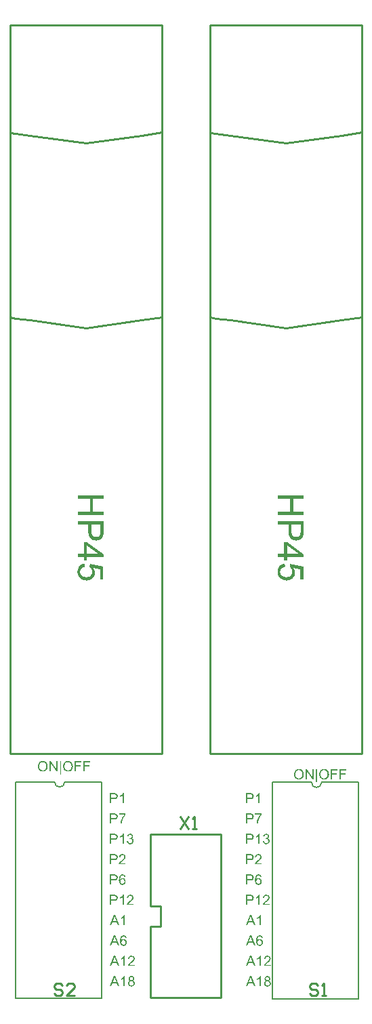
<source format=gto>
G04 Layer_Color=65535*
%FSLAX44Y44*%
%MOMM*%
G71*
G01*
G75*
%ADD10C,0.2000*%
%ADD17C,0.2540*%
G36*
X196091Y155251D02*
X196220D01*
X196369Y155232D01*
X196721Y155158D01*
X197109Y155065D01*
X197517Y154917D01*
X197924Y154695D01*
X198128Y154565D01*
X198313Y154417D01*
X198331Y154399D01*
X198350Y154380D01*
X198405Y154325D01*
X198461Y154269D01*
X198554Y154177D01*
X198628Y154066D01*
X198831Y153806D01*
X199035Y153473D01*
X199220Y153066D01*
X199387Y152603D01*
X199498Y152084D01*
X197924Y151955D01*
Y151973D01*
X197906Y151992D01*
X197887Y152103D01*
X197831Y152269D01*
X197757Y152473D01*
X197683Y152695D01*
X197572Y152917D01*
X197443Y153121D01*
X197313Y153288D01*
X197276Y153325D01*
X197202Y153399D01*
X197072Y153510D01*
X196887Y153640D01*
X196646Y153751D01*
X196387Y153862D01*
X196072Y153936D01*
X195739Y153973D01*
X195609D01*
X195461Y153954D01*
X195295Y153917D01*
X195072Y153862D01*
X194850Y153788D01*
X194628Y153695D01*
X194406Y153547D01*
X194369Y153528D01*
X194276Y153454D01*
X194147Y153325D01*
X193980Y153140D01*
X193795Y152917D01*
X193591Y152658D01*
X193406Y152325D01*
X193221Y151955D01*
Y151936D01*
X193202Y151899D01*
X193184Y151844D01*
X193147Y151769D01*
X193128Y151658D01*
X193091Y151529D01*
X193054Y151381D01*
X193017Y151195D01*
X192962Y150992D01*
X192925Y150770D01*
X192887Y150529D01*
X192869Y150269D01*
X192832Y149973D01*
X192813Y149677D01*
X192795Y149344D01*
Y149010D01*
X192813Y149029D01*
X192887Y149140D01*
X193017Y149288D01*
X193184Y149473D01*
X193369Y149696D01*
X193610Y149899D01*
X193869Y150103D01*
X194165Y150288D01*
X194184D01*
X194202Y150307D01*
X194313Y150362D01*
X194480Y150418D01*
X194702Y150510D01*
X194961Y150584D01*
X195258Y150640D01*
X195572Y150695D01*
X195906Y150714D01*
X196054D01*
X196165Y150695D01*
X196313Y150677D01*
X196461Y150658D01*
X196646Y150621D01*
X196832Y150566D01*
X197257Y150436D01*
X197480Y150344D01*
X197702Y150214D01*
X197924Y150084D01*
X198165Y149936D01*
X198387Y149751D01*
X198591Y149547D01*
X198609Y149529D01*
X198646Y149492D01*
X198702Y149436D01*
X198757Y149344D01*
X198850Y149214D01*
X198943Y149085D01*
X199035Y148918D01*
X199146Y148733D01*
X199257Y148529D01*
X199350Y148307D01*
X199442Y148048D01*
X199535Y147788D01*
X199591Y147511D01*
X199646Y147196D01*
X199683Y146881D01*
X199702Y146548D01*
Y146529D01*
Y146492D01*
Y146437D01*
Y146344D01*
X199683Y146233D01*
Y146122D01*
X199628Y145826D01*
X199572Y145474D01*
X199480Y145103D01*
X199350Y144696D01*
X199165Y144307D01*
Y144289D01*
X199146Y144270D01*
X199109Y144215D01*
X199072Y144141D01*
X198961Y143955D01*
X198794Y143715D01*
X198591Y143455D01*
X198350Y143196D01*
X198054Y142937D01*
X197739Y142715D01*
X197720D01*
X197702Y142696D01*
X197646Y142659D01*
X197572Y142641D01*
X197387Y142548D01*
X197146Y142456D01*
X196832Y142344D01*
X196480Y142270D01*
X196091Y142196D01*
X195665Y142178D01*
X195572D01*
X195480Y142196D01*
X195332D01*
X195165Y142215D01*
X194980Y142252D01*
X194758Y142307D01*
X194536Y142363D01*
X194276Y142437D01*
X194017Y142530D01*
X193758Y142641D01*
X193480Y142789D01*
X193221Y142956D01*
X192962Y143141D01*
X192702Y143363D01*
X192462Y143622D01*
X192443Y143641D01*
X192406Y143696D01*
X192351Y143770D01*
X192276Y143900D01*
X192165Y144066D01*
X192073Y144252D01*
X191962Y144492D01*
X191851Y144752D01*
X191721Y145066D01*
X191610Y145418D01*
X191517Y145807D01*
X191425Y146233D01*
X191332Y146714D01*
X191277Y147233D01*
X191240Y147788D01*
X191221Y148381D01*
Y148399D01*
Y148418D01*
Y148473D01*
Y148547D01*
X191240Y148733D01*
Y148992D01*
X191258Y149288D01*
X191295Y149640D01*
X191332Y150029D01*
X191388Y150455D01*
X191462Y150881D01*
X191554Y151343D01*
X191665Y151788D01*
X191795Y152232D01*
X191962Y152658D01*
X192147Y153066D01*
X192351Y153454D01*
X192591Y153788D01*
X192610Y153806D01*
X192647Y153843D01*
X192721Y153917D01*
X192813Y154028D01*
X192925Y154139D01*
X193073Y154251D01*
X193258Y154399D01*
X193443Y154528D01*
X193665Y154658D01*
X193906Y154806D01*
X194184Y154917D01*
X194461Y155047D01*
X194776Y155139D01*
X195110Y155213D01*
X195461Y155251D01*
X195832Y155269D01*
X195980D01*
X196091Y155251D01*
D02*
G37*
G36*
X185536Y129795D02*
X185851Y129776D01*
X186185Y129758D01*
X186499Y129721D01*
X186777Y129684D01*
X186814D01*
X186944Y129647D01*
X187110Y129610D01*
X187333Y129554D01*
X187573Y129462D01*
X187833Y129351D01*
X188110Y129221D01*
X188351Y129073D01*
X188388Y129054D01*
X188462Y128999D01*
X188573Y128888D01*
X188721Y128758D01*
X188888Y128591D01*
X189055Y128369D01*
X189240Y128128D01*
X189388Y127851D01*
X189406Y127814D01*
X189443Y127721D01*
X189517Y127555D01*
X189592Y127332D01*
X189647Y127073D01*
X189721Y126777D01*
X189758Y126444D01*
X189777Y126092D01*
Y126073D01*
Y126018D01*
Y125943D01*
X189758Y125814D01*
X189740Y125684D01*
X189721Y125518D01*
X189684Y125332D01*
X189647Y125129D01*
X189517Y124703D01*
X189443Y124481D01*
X189332Y124240D01*
X189203Y123999D01*
X189073Y123777D01*
X188906Y123555D01*
X188721Y123333D01*
X188703Y123314D01*
X188666Y123277D01*
X188610Y123222D01*
X188518Y123166D01*
X188407Y123073D01*
X188258Y122981D01*
X188073Y122870D01*
X187870Y122777D01*
X187629Y122666D01*
X187351Y122555D01*
X187055Y122462D01*
X186703Y122388D01*
X186333Y122314D01*
X185925Y122259D01*
X185462Y122222D01*
X184981Y122203D01*
X181703D01*
Y117000D01*
X180000D01*
Y129813D01*
X185259D01*
X185536Y129795D01*
D02*
G37*
G36*
X27220Y117000D02*
X25647D01*
Y127017D01*
X25628Y126999D01*
X25535Y126925D01*
X25424Y126814D01*
X25239Y126684D01*
X25036Y126517D01*
X24776Y126332D01*
X24480Y126129D01*
X24147Y125925D01*
X24128D01*
X24110Y125906D01*
X23999Y125832D01*
X23813Y125740D01*
X23591Y125629D01*
X23332Y125499D01*
X23054Y125370D01*
X22777Y125240D01*
X22499Y125129D01*
Y126647D01*
X22517D01*
X22554Y126684D01*
X22628Y126703D01*
X22721Y126758D01*
X22832Y126814D01*
X22962Y126888D01*
X23276Y127073D01*
X23647Y127277D01*
X24017Y127536D01*
X24406Y127832D01*
X24795Y128147D01*
X24813Y128166D01*
X24832Y128184D01*
X24887Y128240D01*
X24961Y128295D01*
X25128Y128480D01*
X25350Y128702D01*
X25573Y128962D01*
X25813Y129258D01*
X26017Y129554D01*
X26202Y129869D01*
X27220D01*
Y117000D01*
D02*
G37*
G36*
X15537Y129795D02*
X15851Y129776D01*
X16185Y129758D01*
X16499Y129721D01*
X16777Y129684D01*
X16814D01*
X16944Y129647D01*
X17110Y129610D01*
X17333Y129554D01*
X17573Y129462D01*
X17832Y129351D01*
X18110Y129221D01*
X18351Y129073D01*
X18388Y129054D01*
X18462Y128999D01*
X18573Y128888D01*
X18721Y128758D01*
X18888Y128591D01*
X19055Y128369D01*
X19240Y128128D01*
X19388Y127851D01*
X19406Y127814D01*
X19444Y127721D01*
X19518Y127555D01*
X19592Y127332D01*
X19647Y127073D01*
X19721Y126777D01*
X19758Y126444D01*
X19777Y126092D01*
Y126073D01*
Y126018D01*
Y125943D01*
X19758Y125814D01*
X19740Y125684D01*
X19721Y125518D01*
X19684Y125332D01*
X19647Y125129D01*
X19518Y124703D01*
X19444Y124481D01*
X19332Y124240D01*
X19203Y123999D01*
X19073Y123777D01*
X18907Y123555D01*
X18721Y123333D01*
X18703Y123314D01*
X18666Y123277D01*
X18610Y123222D01*
X18518Y123166D01*
X18406Y123073D01*
X18258Y122981D01*
X18073Y122870D01*
X17870Y122777D01*
X17629Y122666D01*
X17351Y122555D01*
X17055Y122462D01*
X16703Y122388D01*
X16333Y122314D01*
X15925Y122259D01*
X15462Y122222D01*
X14981Y122203D01*
X11703D01*
Y117000D01*
X10000D01*
Y129813D01*
X15259D01*
X15537Y129795D01*
D02*
G37*
G36*
X37108Y28251D02*
X37256Y28232D01*
X37423Y28214D01*
X37608Y28195D01*
X37793Y28139D01*
X38238Y28028D01*
X38682Y27862D01*
X38904Y27751D01*
X39127Y27621D01*
X39330Y27454D01*
X39534Y27288D01*
X39553Y27269D01*
X39571Y27251D01*
X39627Y27195D01*
X39701Y27121D01*
X39775Y27010D01*
X39867Y26899D01*
X40052Y26621D01*
X40238Y26269D01*
X40404Y25862D01*
X40534Y25399D01*
X40552Y25158D01*
X40571Y24899D01*
Y24880D01*
Y24862D01*
Y24751D01*
X40552Y24584D01*
X40515Y24381D01*
X40460Y24121D01*
X40367Y23862D01*
X40256Y23603D01*
X40090Y23344D01*
X40071Y23307D01*
X39997Y23233D01*
X39886Y23121D01*
X39738Y22973D01*
X39534Y22807D01*
X39293Y22640D01*
X39016Y22473D01*
X38682Y22325D01*
X38701D01*
X38738Y22307D01*
X38793Y22288D01*
X38867Y22251D01*
X39090Y22159D01*
X39349Y22029D01*
X39627Y21844D01*
X39923Y21640D01*
X40201Y21381D01*
X40460Y21085D01*
Y21066D01*
X40478Y21048D01*
X40552Y20937D01*
X40663Y20751D01*
X40775Y20511D01*
X40886Y20214D01*
X40997Y19863D01*
X41071Y19474D01*
X41089Y19048D01*
Y19029D01*
Y18974D01*
Y18881D01*
X41071Y18770D01*
X41052Y18640D01*
X41034Y18474D01*
X40997Y18289D01*
X40941Y18085D01*
X40812Y17659D01*
X40719Y17418D01*
X40589Y17196D01*
X40460Y16955D01*
X40312Y16733D01*
X40127Y16511D01*
X39923Y16289D01*
X39904Y16270D01*
X39867Y16233D01*
X39812Y16178D01*
X39719Y16122D01*
X39590Y16030D01*
X39460Y15937D01*
X39293Y15844D01*
X39108Y15733D01*
X38904Y15622D01*
X38664Y15530D01*
X38405Y15437D01*
X38145Y15344D01*
X37849Y15289D01*
X37534Y15233D01*
X37219Y15196D01*
X36868Y15178D01*
X36682D01*
X36553Y15196D01*
X36386Y15215D01*
X36201Y15233D01*
X35997Y15270D01*
X35775Y15326D01*
X35275Y15455D01*
X35016Y15548D01*
X34775Y15641D01*
X34516Y15770D01*
X34257Y15919D01*
X34016Y16085D01*
X33794Y16289D01*
X33775Y16307D01*
X33738Y16344D01*
X33683Y16400D01*
X33609Y16493D01*
X33535Y16604D01*
X33424Y16733D01*
X33331Y16881D01*
X33220Y17067D01*
X33109Y17252D01*
X33016Y17474D01*
X32831Y17937D01*
X32757Y18214D01*
X32701Y18492D01*
X32664Y18788D01*
X32646Y19085D01*
Y19103D01*
Y19140D01*
Y19214D01*
X32664Y19289D01*
Y19400D01*
X32683Y19529D01*
X32720Y19826D01*
X32794Y20159D01*
X32905Y20492D01*
X33072Y20844D01*
X33275Y21177D01*
Y21196D01*
X33312Y21214D01*
X33386Y21307D01*
X33535Y21455D01*
X33738Y21640D01*
X33997Y21825D01*
X34312Y22029D01*
X34664Y22196D01*
X35090Y22325D01*
X35071D01*
X35053Y22344D01*
X34997Y22362D01*
X34923Y22399D01*
X34757Y22473D01*
X34534Y22584D01*
X34294Y22733D01*
X34053Y22918D01*
X33831Y23121D01*
X33627Y23344D01*
X33609Y23381D01*
X33553Y23455D01*
X33479Y23603D01*
X33405Y23788D01*
X33312Y24029D01*
X33238Y24306D01*
X33183Y24621D01*
X33164Y24955D01*
Y24973D01*
Y25010D01*
Y25084D01*
X33183Y25195D01*
X33201Y25306D01*
X33220Y25454D01*
X33294Y25769D01*
X33405Y26140D01*
X33590Y26528D01*
X33701Y26732D01*
X33831Y26936D01*
X33997Y27121D01*
X34164Y27306D01*
X34183Y27325D01*
X34220Y27343D01*
X34275Y27399D01*
X34349Y27454D01*
X34442Y27528D01*
X34571Y27602D01*
X34720Y27695D01*
X34868Y27788D01*
X35053Y27880D01*
X35257Y27973D01*
X35479Y28047D01*
X35720Y28121D01*
X36238Y28232D01*
X36534Y28251D01*
X36831Y28269D01*
X36997D01*
X37108Y28251D01*
D02*
G37*
G36*
X197220Y117000D02*
X195646D01*
Y127017D01*
X195628Y126999D01*
X195535Y126925D01*
X195424Y126814D01*
X195239Y126684D01*
X195035Y126517D01*
X194776Y126332D01*
X194480Y126129D01*
X194147Y125925D01*
X194128D01*
X194110Y125906D01*
X193999Y125832D01*
X193813Y125740D01*
X193591Y125629D01*
X193332Y125499D01*
X193054Y125370D01*
X192776Y125240D01*
X192499Y125129D01*
Y126647D01*
X192517D01*
X192554Y126684D01*
X192628Y126703D01*
X192721Y126758D01*
X192832Y126814D01*
X192962Y126888D01*
X193276Y127073D01*
X193647Y127277D01*
X194017Y127536D01*
X194406Y127832D01*
X194795Y128147D01*
X194813Y128166D01*
X194832Y128184D01*
X194887Y128240D01*
X194961Y128295D01*
X195128Y128480D01*
X195350Y128702D01*
X195572Y128962D01*
X195813Y129258D01*
X196017Y129554D01*
X196202Y129869D01*
X197220D01*
Y117000D01*
D02*
G37*
G36*
X28628Y15400D02*
X27054D01*
Y25417D01*
X27035Y25399D01*
X26943Y25325D01*
X26832Y25214D01*
X26646Y25084D01*
X26443Y24918D01*
X26184Y24732D01*
X25887Y24529D01*
X25554Y24325D01*
X25535D01*
X25517Y24306D01*
X25406Y24232D01*
X25221Y24140D01*
X24999Y24029D01*
X24739Y23899D01*
X24462Y23770D01*
X24184Y23640D01*
X23906Y23529D01*
Y25047D01*
X23925D01*
X23962Y25084D01*
X24036Y25103D01*
X24128Y25158D01*
X24239Y25214D01*
X24369Y25288D01*
X24684Y25473D01*
X25054Y25677D01*
X25424Y25936D01*
X25813Y26232D01*
X26202Y26547D01*
X26221Y26565D01*
X26239Y26584D01*
X26295Y26640D01*
X26369Y26695D01*
X26535Y26880D01*
X26758Y27102D01*
X26980Y27362D01*
X27220Y27658D01*
X27424Y27954D01*
X27609Y28269D01*
X28628D01*
Y15400D01*
D02*
G37*
G36*
X21980D02*
X20055D01*
X18555Y19289D01*
X13185D01*
X11796Y15400D01*
X10000D01*
X14888Y28214D01*
X16740D01*
X21980Y15400D01*
D02*
G37*
G36*
X35812Y129851D02*
X35960Y129832D01*
X36145Y129813D01*
X36349Y129776D01*
X36553Y129739D01*
X37034Y129610D01*
X37516Y129425D01*
X37756Y129313D01*
X37997Y129184D01*
X38219Y129017D01*
X38423Y128832D01*
X38442Y128814D01*
X38479Y128795D01*
X38516Y128721D01*
X38590Y128647D01*
X38682Y128554D01*
X38775Y128425D01*
X38867Y128295D01*
X38979Y128128D01*
X39164Y127777D01*
X39349Y127332D01*
X39423Y127110D01*
X39460Y126851D01*
X39497Y126592D01*
X39516Y126314D01*
Y126277D01*
Y126184D01*
X39497Y126036D01*
X39478Y125832D01*
X39441Y125610D01*
X39367Y125351D01*
X39293Y125073D01*
X39182Y124796D01*
X39164Y124758D01*
X39127Y124666D01*
X39053Y124518D01*
X38942Y124314D01*
X38793Y124092D01*
X38608Y123814D01*
X38386Y123536D01*
X38127Y123222D01*
X38090Y123184D01*
X37997Y123073D01*
X37905Y122981D01*
X37812Y122888D01*
X37701Y122777D01*
X37553Y122629D01*
X37405Y122481D01*
X37219Y122314D01*
X37034Y122129D01*
X36812Y121925D01*
X36571Y121722D01*
X36312Y121481D01*
X36016Y121240D01*
X35720Y120981D01*
X35701Y120962D01*
X35664Y120926D01*
X35590Y120870D01*
X35497Y120796D01*
X35386Y120685D01*
X35257Y120574D01*
X34960Y120333D01*
X34646Y120055D01*
X34349Y119777D01*
X34090Y119537D01*
X33979Y119444D01*
X33886Y119352D01*
X33868Y119333D01*
X33812Y119277D01*
X33738Y119204D01*
X33646Y119092D01*
X33553Y118963D01*
X33442Y118833D01*
X33220Y118518D01*
X39534D01*
Y117000D01*
X31035D01*
Y117018D01*
Y117093D01*
Y117204D01*
X31053Y117352D01*
X31072Y117519D01*
X31109Y117704D01*
X31146Y117889D01*
X31220Y118092D01*
Y118111D01*
X31239Y118130D01*
X31276Y118241D01*
X31350Y118407D01*
X31461Y118630D01*
X31609Y118889D01*
X31794Y119185D01*
X31998Y119481D01*
X32257Y119796D01*
Y119815D01*
X32294Y119833D01*
X32387Y119944D01*
X32553Y120111D01*
X32794Y120351D01*
X33072Y120629D01*
X33424Y120962D01*
X33849Y121333D01*
X34312Y121722D01*
X34331Y121740D01*
X34405Y121796D01*
X34516Y121888D01*
X34646Y122000D01*
X34812Y122148D01*
X35016Y122314D01*
X35220Y122499D01*
X35460Y122703D01*
X35923Y123147D01*
X36386Y123592D01*
X36608Y123814D01*
X36812Y124036D01*
X36997Y124240D01*
X37145Y124444D01*
Y124462D01*
X37182Y124481D01*
X37219Y124536D01*
X37256Y124610D01*
X37386Y124814D01*
X37534Y125055D01*
X37664Y125351D01*
X37793Y125666D01*
X37868Y126018D01*
X37905Y126351D01*
Y126369D01*
Y126388D01*
X37886Y126499D01*
X37868Y126684D01*
X37812Y126888D01*
X37738Y127147D01*
X37608Y127406D01*
X37442Y127666D01*
X37219Y127925D01*
X37182Y127962D01*
X37090Y128036D01*
X36960Y128128D01*
X36756Y128258D01*
X36497Y128369D01*
X36201Y128480D01*
X35849Y128554D01*
X35460Y128573D01*
X35349D01*
X35275Y128554D01*
X35053Y128536D01*
X34794Y128480D01*
X34516Y128406D01*
X34201Y128277D01*
X33905Y128110D01*
X33627Y127888D01*
X33590Y127851D01*
X33516Y127758D01*
X33405Y127610D01*
X33294Y127388D01*
X33164Y127129D01*
X33053Y126795D01*
X32979Y126425D01*
X32942Y125999D01*
X31331Y126166D01*
Y126184D01*
X31350Y126240D01*
Y126332D01*
X31368Y126462D01*
X31405Y126610D01*
X31442Y126777D01*
X31498Y126980D01*
X31553Y127184D01*
X31702Y127628D01*
X31924Y128073D01*
X32053Y128295D01*
X32220Y128517D01*
X32387Y128721D01*
X32572Y128906D01*
X32590Y128925D01*
X32627Y128943D01*
X32683Y128999D01*
X32775Y129054D01*
X32887Y129128D01*
X33016Y129202D01*
X33164Y129295D01*
X33349Y129388D01*
X33553Y129480D01*
X33775Y129573D01*
X34016Y129647D01*
X34275Y129721D01*
X34553Y129776D01*
X34849Y129832D01*
X35164Y129851D01*
X35497Y129869D01*
X35682D01*
X35812Y129851D01*
D02*
G37*
G36*
X195850Y180651D02*
X195998Y180632D01*
X196183Y180613D01*
X196387Y180576D01*
X196591Y180539D01*
X197072Y180410D01*
X197554Y180225D01*
X197794Y180114D01*
X198035Y179984D01*
X198257Y179817D01*
X198461Y179632D01*
X198480Y179614D01*
X198517Y179595D01*
X198554Y179521D01*
X198628Y179447D01*
X198720Y179354D01*
X198813Y179225D01*
X198905Y179095D01*
X199016Y178929D01*
X199202Y178577D01*
X199387Y178132D01*
X199461Y177910D01*
X199498Y177651D01*
X199535Y177392D01*
X199554Y177114D01*
Y177077D01*
Y176984D01*
X199535Y176836D01*
X199517Y176632D01*
X199480Y176410D01*
X199405Y176151D01*
X199331Y175873D01*
X199220Y175595D01*
X199202Y175558D01*
X199165Y175466D01*
X199091Y175318D01*
X198979Y175114D01*
X198831Y174892D01*
X198646Y174614D01*
X198424Y174336D01*
X198165Y174022D01*
X198128Y173985D01*
X198035Y173873D01*
X197943Y173781D01*
X197850Y173688D01*
X197739Y173577D01*
X197591Y173429D01*
X197443Y173281D01*
X197257Y173114D01*
X197072Y172929D01*
X196850Y172725D01*
X196609Y172522D01*
X196350Y172281D01*
X196054Y172040D01*
X195758Y171781D01*
X195739Y171763D01*
X195702Y171726D01*
X195628Y171670D01*
X195535Y171596D01*
X195424Y171485D01*
X195295Y171374D01*
X194998Y171133D01*
X194684Y170855D01*
X194387Y170578D01*
X194128Y170337D01*
X194017Y170244D01*
X193925Y170152D01*
X193906Y170133D01*
X193850Y170077D01*
X193776Y170004D01*
X193684Y169892D01*
X193591Y169763D01*
X193480Y169633D01*
X193258Y169318D01*
X199572D01*
Y167800D01*
X191073D01*
Y167819D01*
Y167893D01*
Y168004D01*
X191091Y168152D01*
X191110Y168319D01*
X191147Y168504D01*
X191184Y168689D01*
X191258Y168892D01*
Y168911D01*
X191277Y168930D01*
X191314Y169041D01*
X191388Y169207D01*
X191499Y169429D01*
X191647Y169689D01*
X191832Y169985D01*
X192036Y170281D01*
X192295Y170596D01*
Y170614D01*
X192332Y170633D01*
X192425Y170744D01*
X192591Y170911D01*
X192832Y171152D01*
X193110Y171429D01*
X193462Y171763D01*
X193887Y172133D01*
X194350Y172522D01*
X194369Y172540D01*
X194443Y172596D01*
X194554Y172688D01*
X194684Y172799D01*
X194850Y172948D01*
X195054Y173114D01*
X195258Y173299D01*
X195498Y173503D01*
X195961Y173948D01*
X196424Y174392D01*
X196646Y174614D01*
X196850Y174836D01*
X197035Y175040D01*
X197183Y175244D01*
Y175262D01*
X197220Y175281D01*
X197257Y175336D01*
X197295Y175410D01*
X197424Y175614D01*
X197572Y175855D01*
X197702Y176151D01*
X197831Y176466D01*
X197906Y176818D01*
X197943Y177151D01*
Y177169D01*
Y177188D01*
X197924Y177299D01*
X197906Y177484D01*
X197850Y177688D01*
X197776Y177947D01*
X197646Y178206D01*
X197480Y178466D01*
X197257Y178725D01*
X197220Y178762D01*
X197128Y178836D01*
X196998Y178929D01*
X196795Y179058D01*
X196535Y179169D01*
X196239Y179280D01*
X195887Y179354D01*
X195498Y179373D01*
X195387D01*
X195313Y179354D01*
X195091Y179336D01*
X194832Y179280D01*
X194554Y179206D01*
X194239Y179077D01*
X193943Y178910D01*
X193665Y178688D01*
X193628Y178651D01*
X193554Y178558D01*
X193443Y178410D01*
X193332Y178188D01*
X193202Y177929D01*
X193091Y177595D01*
X193017Y177225D01*
X192980Y176799D01*
X191369Y176966D01*
Y176984D01*
X191388Y177040D01*
Y177132D01*
X191406Y177262D01*
X191443Y177410D01*
X191480Y177577D01*
X191536Y177780D01*
X191591Y177984D01*
X191740Y178428D01*
X191962Y178873D01*
X192091Y179095D01*
X192258Y179317D01*
X192425Y179521D01*
X192610Y179706D01*
X192628Y179725D01*
X192665Y179743D01*
X192721Y179799D01*
X192813Y179854D01*
X192925Y179928D01*
X193054Y180002D01*
X193202Y180095D01*
X193388Y180188D01*
X193591Y180280D01*
X193813Y180373D01*
X194054Y180447D01*
X194313Y180521D01*
X194591Y180576D01*
X194887Y180632D01*
X195202Y180651D01*
X195535Y180669D01*
X195721D01*
X195850Y180651D01*
D02*
G37*
G36*
X25850D02*
X25998Y180632D01*
X26184Y180613D01*
X26387Y180576D01*
X26591Y180539D01*
X27072Y180410D01*
X27554Y180225D01*
X27794Y180114D01*
X28035Y179984D01*
X28257Y179817D01*
X28461Y179632D01*
X28480Y179614D01*
X28517Y179595D01*
X28554Y179521D01*
X28628Y179447D01*
X28720Y179354D01*
X28813Y179225D01*
X28905Y179095D01*
X29017Y178929D01*
X29202Y178577D01*
X29387Y178132D01*
X29461Y177910D01*
X29498Y177651D01*
X29535Y177392D01*
X29553Y177114D01*
Y177077D01*
Y176984D01*
X29535Y176836D01*
X29516Y176632D01*
X29479Y176410D01*
X29405Y176151D01*
X29331Y175873D01*
X29220Y175595D01*
X29202Y175558D01*
X29165Y175466D01*
X29091Y175318D01*
X28979Y175114D01*
X28831Y174892D01*
X28646Y174614D01*
X28424Y174336D01*
X28165Y174022D01*
X28128Y173985D01*
X28035Y173873D01*
X27943Y173781D01*
X27850Y173688D01*
X27739Y173577D01*
X27591Y173429D01*
X27443Y173281D01*
X27257Y173114D01*
X27072Y172929D01*
X26850Y172725D01*
X26609Y172522D01*
X26350Y172281D01*
X26054Y172040D01*
X25758Y171781D01*
X25739Y171763D01*
X25702Y171726D01*
X25628Y171670D01*
X25535Y171596D01*
X25424Y171485D01*
X25295Y171374D01*
X24999Y171133D01*
X24684Y170855D01*
X24387Y170578D01*
X24128Y170337D01*
X24017Y170244D01*
X23925Y170152D01*
X23906Y170133D01*
X23850Y170077D01*
X23776Y170004D01*
X23684Y169892D01*
X23591Y169763D01*
X23480Y169633D01*
X23258Y169318D01*
X29572D01*
Y167800D01*
X21073D01*
Y167819D01*
Y167893D01*
Y168004D01*
X21091Y168152D01*
X21110Y168319D01*
X21147Y168504D01*
X21184Y168689D01*
X21258Y168892D01*
Y168911D01*
X21277Y168930D01*
X21314Y169041D01*
X21388Y169207D01*
X21499Y169429D01*
X21647Y169689D01*
X21832Y169985D01*
X22036Y170281D01*
X22295Y170596D01*
Y170614D01*
X22332Y170633D01*
X22425Y170744D01*
X22591Y170911D01*
X22832Y171152D01*
X23110Y171429D01*
X23462Y171763D01*
X23888Y172133D01*
X24350Y172522D01*
X24369Y172540D01*
X24443Y172596D01*
X24554Y172688D01*
X24684Y172799D01*
X24850Y172948D01*
X25054Y173114D01*
X25258Y173299D01*
X25498Y173503D01*
X25961Y173948D01*
X26424Y174392D01*
X26646Y174614D01*
X26850Y174836D01*
X27035Y175040D01*
X27183Y175244D01*
Y175262D01*
X27220Y175281D01*
X27257Y175336D01*
X27294Y175410D01*
X27424Y175614D01*
X27572Y175855D01*
X27702Y176151D01*
X27831Y176466D01*
X27906Y176818D01*
X27943Y177151D01*
Y177169D01*
Y177188D01*
X27924Y177299D01*
X27906Y177484D01*
X27850Y177688D01*
X27776Y177947D01*
X27646Y178206D01*
X27480Y178466D01*
X27257Y178725D01*
X27220Y178762D01*
X27128Y178836D01*
X26998Y178929D01*
X26795Y179058D01*
X26535Y179169D01*
X26239Y179280D01*
X25887Y179354D01*
X25498Y179373D01*
X25387D01*
X25313Y179354D01*
X25091Y179336D01*
X24832Y179280D01*
X24554Y179206D01*
X24239Y179077D01*
X23943Y178910D01*
X23665Y178688D01*
X23628Y178651D01*
X23554Y178558D01*
X23443Y178410D01*
X23332Y178188D01*
X23202Y177929D01*
X23091Y177595D01*
X23017Y177225D01*
X22980Y176799D01*
X21369Y176966D01*
Y176984D01*
X21388Y177040D01*
Y177132D01*
X21406Y177262D01*
X21443Y177410D01*
X21480Y177577D01*
X21536Y177780D01*
X21591Y177984D01*
X21739Y178428D01*
X21962Y178873D01*
X22091Y179095D01*
X22258Y179317D01*
X22425Y179521D01*
X22610Y179706D01*
X22628Y179725D01*
X22665Y179743D01*
X22721Y179799D01*
X22813Y179854D01*
X22925Y179928D01*
X23054Y180002D01*
X23202Y180095D01*
X23387Y180188D01*
X23591Y180280D01*
X23813Y180373D01*
X24054Y180447D01*
X24313Y180521D01*
X24591Y180576D01*
X24887Y180632D01*
X25202Y180651D01*
X25535Y180669D01*
X25721D01*
X25850Y180651D01*
D02*
G37*
G36*
X27220Y193200D02*
X25647D01*
Y203218D01*
X25628Y203199D01*
X25535Y203125D01*
X25424Y203014D01*
X25239Y202884D01*
X25036Y202717D01*
X24776Y202532D01*
X24480Y202329D01*
X24147Y202125D01*
X24128D01*
X24110Y202106D01*
X23999Y202032D01*
X23813Y201940D01*
X23591Y201829D01*
X23332Y201699D01*
X23054Y201569D01*
X22777Y201440D01*
X22499Y201329D01*
Y202847D01*
X22517D01*
X22554Y202884D01*
X22628Y202903D01*
X22721Y202958D01*
X22832Y203014D01*
X22962Y203088D01*
X23276Y203273D01*
X23647Y203477D01*
X24017Y203736D01*
X24406Y204032D01*
X24795Y204347D01*
X24813Y204366D01*
X24832Y204384D01*
X24887Y204440D01*
X24961Y204495D01*
X25128Y204680D01*
X25350Y204902D01*
X25573Y205162D01*
X25813Y205458D01*
X26017Y205754D01*
X26202Y206069D01*
X27220D01*
Y193200D01*
D02*
G37*
G36*
X15537Y205995D02*
X15851Y205976D01*
X16185Y205958D01*
X16499Y205921D01*
X16777Y205884D01*
X16814D01*
X16944Y205847D01*
X17110Y205810D01*
X17333Y205754D01*
X17573Y205662D01*
X17832Y205551D01*
X18110Y205421D01*
X18351Y205273D01*
X18388Y205254D01*
X18462Y205199D01*
X18573Y205088D01*
X18721Y204958D01*
X18888Y204791D01*
X19055Y204569D01*
X19240Y204328D01*
X19388Y204051D01*
X19406Y204014D01*
X19444Y203921D01*
X19518Y203755D01*
X19592Y203532D01*
X19647Y203273D01*
X19721Y202977D01*
X19758Y202644D01*
X19777Y202292D01*
Y202273D01*
Y202218D01*
Y202143D01*
X19758Y202014D01*
X19740Y201884D01*
X19721Y201718D01*
X19684Y201532D01*
X19647Y201329D01*
X19518Y200903D01*
X19444Y200681D01*
X19332Y200440D01*
X19203Y200199D01*
X19073Y199977D01*
X18907Y199755D01*
X18721Y199533D01*
X18703Y199514D01*
X18666Y199477D01*
X18610Y199422D01*
X18518Y199366D01*
X18406Y199273D01*
X18258Y199181D01*
X18073Y199070D01*
X17870Y198977D01*
X17629Y198866D01*
X17351Y198755D01*
X17055Y198662D01*
X16703Y198588D01*
X16333Y198514D01*
X15925Y198459D01*
X15462Y198422D01*
X14981Y198403D01*
X11703D01*
Y193200D01*
X10000D01*
Y206014D01*
X15259D01*
X15537Y205995D01*
D02*
G37*
G36*
X185536Y155195D02*
X185851Y155176D01*
X186185Y155158D01*
X186499Y155121D01*
X186777Y155084D01*
X186814D01*
X186944Y155047D01*
X187110Y155010D01*
X187333Y154954D01*
X187573Y154862D01*
X187833Y154751D01*
X188110Y154621D01*
X188351Y154473D01*
X188388Y154454D01*
X188462Y154399D01*
X188573Y154288D01*
X188721Y154158D01*
X188888Y153991D01*
X189055Y153769D01*
X189240Y153528D01*
X189388Y153251D01*
X189406Y153214D01*
X189443Y153121D01*
X189517Y152955D01*
X189592Y152732D01*
X189647Y152473D01*
X189721Y152177D01*
X189758Y151844D01*
X189777Y151492D01*
Y151473D01*
Y151418D01*
Y151343D01*
X189758Y151214D01*
X189740Y151084D01*
X189721Y150918D01*
X189684Y150732D01*
X189647Y150529D01*
X189517Y150103D01*
X189443Y149881D01*
X189332Y149640D01*
X189203Y149399D01*
X189073Y149177D01*
X188906Y148955D01*
X188721Y148733D01*
X188703Y148714D01*
X188666Y148677D01*
X188610Y148622D01*
X188518Y148566D01*
X188407Y148473D01*
X188258Y148381D01*
X188073Y148270D01*
X187870Y148177D01*
X187629Y148066D01*
X187351Y147955D01*
X187055Y147862D01*
X186703Y147788D01*
X186333Y147714D01*
X185925Y147659D01*
X185462Y147622D01*
X184981Y147603D01*
X181703D01*
Y142400D01*
X180000D01*
Y155213D01*
X185259D01*
X185536Y155195D01*
D02*
G37*
G36*
X15537D02*
X15851Y155176D01*
X16185Y155158D01*
X16499Y155121D01*
X16777Y155084D01*
X16814D01*
X16944Y155047D01*
X17110Y155010D01*
X17333Y154954D01*
X17573Y154862D01*
X17832Y154751D01*
X18110Y154621D01*
X18351Y154473D01*
X18388Y154454D01*
X18462Y154399D01*
X18573Y154288D01*
X18721Y154158D01*
X18888Y153991D01*
X19055Y153769D01*
X19240Y153528D01*
X19388Y153251D01*
X19406Y153214D01*
X19444Y153121D01*
X19518Y152955D01*
X19592Y152732D01*
X19647Y152473D01*
X19721Y152177D01*
X19758Y151844D01*
X19777Y151492D01*
Y151473D01*
Y151418D01*
Y151343D01*
X19758Y151214D01*
X19740Y151084D01*
X19721Y150918D01*
X19684Y150732D01*
X19647Y150529D01*
X19518Y150103D01*
X19444Y149881D01*
X19332Y149640D01*
X19203Y149399D01*
X19073Y149177D01*
X18907Y148955D01*
X18721Y148733D01*
X18703Y148714D01*
X18666Y148677D01*
X18610Y148622D01*
X18518Y148566D01*
X18406Y148473D01*
X18258Y148381D01*
X18073Y148270D01*
X17870Y148177D01*
X17629Y148066D01*
X17351Y147955D01*
X17055Y147862D01*
X16703Y147788D01*
X16333Y147714D01*
X15925Y147659D01*
X15462Y147622D01*
X14981Y147603D01*
X11703D01*
Y142400D01*
X10000D01*
Y155213D01*
X15259D01*
X15537Y155195D01*
D02*
G37*
G36*
Y180595D02*
X15851Y180576D01*
X16185Y180558D01*
X16499Y180521D01*
X16777Y180484D01*
X16814D01*
X16944Y180447D01*
X17110Y180410D01*
X17333Y180354D01*
X17573Y180262D01*
X17832Y180151D01*
X18110Y180021D01*
X18351Y179873D01*
X18388Y179854D01*
X18462Y179799D01*
X18573Y179688D01*
X18721Y179558D01*
X18888Y179391D01*
X19055Y179169D01*
X19240Y178929D01*
X19388Y178651D01*
X19406Y178614D01*
X19444Y178521D01*
X19518Y178354D01*
X19592Y178132D01*
X19647Y177873D01*
X19721Y177577D01*
X19758Y177243D01*
X19777Y176892D01*
Y176873D01*
Y176818D01*
Y176744D01*
X19758Y176614D01*
X19740Y176484D01*
X19721Y176318D01*
X19684Y176133D01*
X19647Y175929D01*
X19518Y175503D01*
X19444Y175281D01*
X19332Y175040D01*
X19203Y174799D01*
X19073Y174577D01*
X18907Y174355D01*
X18721Y174133D01*
X18703Y174114D01*
X18666Y174077D01*
X18610Y174022D01*
X18518Y173966D01*
X18406Y173873D01*
X18258Y173781D01*
X18073Y173670D01*
X17870Y173577D01*
X17629Y173466D01*
X17351Y173355D01*
X17055Y173262D01*
X16703Y173188D01*
X16333Y173114D01*
X15925Y173059D01*
X15462Y173022D01*
X14981Y173003D01*
X11703D01*
Y167800D01*
X10000D01*
Y180613D01*
X15259D01*
X15537Y180595D01*
D02*
G37*
G36*
X26091Y155251D02*
X26221D01*
X26369Y155232D01*
X26720Y155158D01*
X27109Y155065D01*
X27517Y154917D01*
X27924Y154695D01*
X28128Y154565D01*
X28313Y154417D01*
X28331Y154399D01*
X28350Y154380D01*
X28405Y154325D01*
X28461Y154269D01*
X28554Y154177D01*
X28628Y154066D01*
X28831Y153806D01*
X29035Y153473D01*
X29220Y153066D01*
X29387Y152603D01*
X29498Y152084D01*
X27924Y151955D01*
Y151973D01*
X27906Y151992D01*
X27887Y152103D01*
X27831Y152269D01*
X27757Y152473D01*
X27683Y152695D01*
X27572Y152917D01*
X27443Y153121D01*
X27313Y153288D01*
X27276Y153325D01*
X27202Y153399D01*
X27072Y153510D01*
X26887Y153640D01*
X26646Y153751D01*
X26387Y153862D01*
X26072Y153936D01*
X25739Y153973D01*
X25610D01*
X25461Y153954D01*
X25295Y153917D01*
X25073Y153862D01*
X24850Y153788D01*
X24628Y153695D01*
X24406Y153547D01*
X24369Y153528D01*
X24276Y153454D01*
X24147Y153325D01*
X23980Y153140D01*
X23795Y152917D01*
X23591Y152658D01*
X23406Y152325D01*
X23221Y151955D01*
Y151936D01*
X23202Y151899D01*
X23184Y151844D01*
X23147Y151769D01*
X23128Y151658D01*
X23091Y151529D01*
X23054Y151381D01*
X23017Y151195D01*
X22962Y150992D01*
X22925Y150770D01*
X22888Y150529D01*
X22869Y150269D01*
X22832Y149973D01*
X22813Y149677D01*
X22795Y149344D01*
Y149010D01*
X22813Y149029D01*
X22888Y149140D01*
X23017Y149288D01*
X23184Y149473D01*
X23369Y149696D01*
X23610Y149899D01*
X23869Y150103D01*
X24165Y150288D01*
X24184D01*
X24202Y150307D01*
X24313Y150362D01*
X24480Y150418D01*
X24702Y150510D01*
X24961Y150584D01*
X25258Y150640D01*
X25573Y150695D01*
X25906Y150714D01*
X26054D01*
X26165Y150695D01*
X26313Y150677D01*
X26461Y150658D01*
X26646Y150621D01*
X26832Y150566D01*
X27257Y150436D01*
X27480Y150344D01*
X27702Y150214D01*
X27924Y150084D01*
X28165Y149936D01*
X28387Y149751D01*
X28591Y149547D01*
X28609Y149529D01*
X28646Y149492D01*
X28702Y149436D01*
X28757Y149344D01*
X28850Y149214D01*
X28942Y149085D01*
X29035Y148918D01*
X29146Y148733D01*
X29257Y148529D01*
X29350Y148307D01*
X29442Y148048D01*
X29535Y147788D01*
X29591Y147511D01*
X29646Y147196D01*
X29683Y146881D01*
X29702Y146548D01*
Y146529D01*
Y146492D01*
Y146437D01*
Y146344D01*
X29683Y146233D01*
Y146122D01*
X29628Y145826D01*
X29572Y145474D01*
X29479Y145103D01*
X29350Y144696D01*
X29165Y144307D01*
Y144289D01*
X29146Y144270D01*
X29109Y144215D01*
X29072Y144141D01*
X28961Y143955D01*
X28794Y143715D01*
X28591Y143455D01*
X28350Y143196D01*
X28054Y142937D01*
X27739Y142715D01*
X27720D01*
X27702Y142696D01*
X27646Y142659D01*
X27572Y142641D01*
X27387Y142548D01*
X27146Y142456D01*
X26832Y142344D01*
X26480Y142270D01*
X26091Y142196D01*
X25665Y142178D01*
X25573D01*
X25480Y142196D01*
X25332D01*
X25165Y142215D01*
X24980Y142252D01*
X24758Y142307D01*
X24536Y142363D01*
X24276Y142437D01*
X24017Y142530D01*
X23758Y142641D01*
X23480Y142789D01*
X23221Y142956D01*
X22962Y143141D01*
X22702Y143363D01*
X22462Y143622D01*
X22443Y143641D01*
X22406Y143696D01*
X22351Y143770D01*
X22276Y143900D01*
X22165Y144066D01*
X22073Y144252D01*
X21962Y144492D01*
X21851Y144752D01*
X21721Y145066D01*
X21610Y145418D01*
X21517Y145807D01*
X21425Y146233D01*
X21332Y146714D01*
X21277Y147233D01*
X21240Y147788D01*
X21221Y148381D01*
Y148399D01*
Y148418D01*
Y148473D01*
Y148547D01*
X21240Y148733D01*
Y148992D01*
X21258Y149288D01*
X21295Y149640D01*
X21332Y150029D01*
X21388Y150455D01*
X21462Y150881D01*
X21554Y151343D01*
X21665Y151788D01*
X21795Y152232D01*
X21962Y152658D01*
X22147Y153066D01*
X22351Y153454D01*
X22591Y153788D01*
X22610Y153806D01*
X22647Y153843D01*
X22721Y153917D01*
X22813Y154028D01*
X22925Y154139D01*
X23073Y154251D01*
X23258Y154399D01*
X23443Y154528D01*
X23665Y154658D01*
X23906Y154806D01*
X24184Y154917D01*
X24462Y155047D01*
X24776Y155139D01*
X25110Y155213D01*
X25461Y155251D01*
X25832Y155269D01*
X25980D01*
X26091Y155251D01*
D02*
G37*
G36*
X37219Y53650D02*
X37367Y53632D01*
X37553Y53614D01*
X37756Y53576D01*
X37960Y53539D01*
X38442Y53410D01*
X38923Y53225D01*
X39164Y53113D01*
X39404Y52984D01*
X39627Y52817D01*
X39830Y52632D01*
X39849Y52614D01*
X39886Y52595D01*
X39923Y52521D01*
X39997Y52447D01*
X40090Y52354D01*
X40182Y52225D01*
X40275Y52095D01*
X40386Y51929D01*
X40571Y51577D01*
X40756Y51132D01*
X40830Y50910D01*
X40867Y50651D01*
X40904Y50392D01*
X40923Y50114D01*
Y50077D01*
Y49984D01*
X40904Y49836D01*
X40886Y49632D01*
X40849Y49410D01*
X40775Y49151D01*
X40700Y48873D01*
X40589Y48595D01*
X40571Y48558D01*
X40534Y48466D01*
X40460Y48318D01*
X40349Y48114D01*
X40201Y47892D01*
X40015Y47614D01*
X39793Y47336D01*
X39534Y47022D01*
X39497Y46985D01*
X39404Y46873D01*
X39312Y46781D01*
X39219Y46688D01*
X39108Y46577D01*
X38960Y46429D01*
X38812Y46281D01*
X38627Y46114D01*
X38442Y45929D01*
X38219Y45725D01*
X37979Y45522D01*
X37719Y45281D01*
X37423Y45040D01*
X37127Y44781D01*
X37108Y44763D01*
X37071Y44725D01*
X36997Y44670D01*
X36905Y44596D01*
X36793Y44485D01*
X36664Y44374D01*
X36368Y44133D01*
X36053Y43855D01*
X35757Y43577D01*
X35497Y43337D01*
X35386Y43244D01*
X35294Y43152D01*
X35275Y43133D01*
X35220Y43078D01*
X35145Y43004D01*
X35053Y42892D01*
X34960Y42763D01*
X34849Y42633D01*
X34627Y42318D01*
X40941D01*
Y40800D01*
X32442D01*
Y40819D01*
Y40893D01*
Y41004D01*
X32461Y41152D01*
X32479Y41318D01*
X32516Y41504D01*
X32553Y41689D01*
X32627Y41892D01*
Y41911D01*
X32646Y41929D01*
X32683Y42041D01*
X32757Y42207D01*
X32868Y42429D01*
X33016Y42689D01*
X33201Y42985D01*
X33405Y43281D01*
X33664Y43596D01*
Y43615D01*
X33701Y43633D01*
X33794Y43744D01*
X33960Y43911D01*
X34201Y44152D01*
X34479Y44429D01*
X34831Y44763D01*
X35257Y45133D01*
X35720Y45522D01*
X35738Y45540D01*
X35812Y45596D01*
X35923Y45688D01*
X36053Y45799D01*
X36219Y45948D01*
X36423Y46114D01*
X36627Y46299D01*
X36868Y46503D01*
X37331Y46947D01*
X37793Y47392D01*
X38016Y47614D01*
X38219Y47836D01*
X38405Y48040D01*
X38553Y48244D01*
Y48262D01*
X38590Y48281D01*
X38627Y48336D01*
X38664Y48410D01*
X38793Y48614D01*
X38942Y48855D01*
X39071Y49151D01*
X39201Y49466D01*
X39275Y49818D01*
X39312Y50151D01*
Y50169D01*
Y50188D01*
X39293Y50299D01*
X39275Y50484D01*
X39219Y50688D01*
X39145Y50947D01*
X39016Y51206D01*
X38849Y51466D01*
X38627Y51725D01*
X38590Y51762D01*
X38497Y51836D01*
X38367Y51929D01*
X38164Y52058D01*
X37905Y52169D01*
X37608Y52280D01*
X37256Y52354D01*
X36868Y52373D01*
X36756D01*
X36682Y52354D01*
X36460Y52336D01*
X36201Y52280D01*
X35923Y52206D01*
X35608Y52077D01*
X35312Y51910D01*
X35034Y51688D01*
X34997Y51651D01*
X34923Y51558D01*
X34812Y51410D01*
X34701Y51188D01*
X34571Y50929D01*
X34460Y50595D01*
X34386Y50225D01*
X34349Y49799D01*
X32738Y49966D01*
Y49984D01*
X32757Y50040D01*
Y50132D01*
X32775Y50262D01*
X32812Y50410D01*
X32850Y50577D01*
X32905Y50780D01*
X32961Y50984D01*
X33109Y51428D01*
X33331Y51873D01*
X33461Y52095D01*
X33627Y52317D01*
X33794Y52521D01*
X33979Y52706D01*
X33997Y52725D01*
X34035Y52743D01*
X34090Y52799D01*
X34183Y52854D01*
X34294Y52928D01*
X34423Y53002D01*
X34571Y53095D01*
X34757Y53188D01*
X34960Y53280D01*
X35183Y53373D01*
X35423Y53447D01*
X35682Y53521D01*
X35960Y53576D01*
X36256Y53632D01*
X36571Y53650D01*
X36905Y53669D01*
X37090D01*
X37219Y53650D01*
D02*
G37*
G36*
X197498Y79050D02*
X197628D01*
X197776Y79032D01*
X198128Y78958D01*
X198517Y78865D01*
X198924Y78717D01*
X199331Y78495D01*
X199535Y78365D01*
X199720Y78217D01*
X199739Y78199D01*
X199757Y78180D01*
X199813Y78125D01*
X199868Y78069D01*
X199961Y77977D01*
X200035Y77866D01*
X200239Y77606D01*
X200442Y77273D01*
X200627Y76866D01*
X200794Y76403D01*
X200905Y75884D01*
X199331Y75755D01*
Y75773D01*
X199313Y75792D01*
X199294Y75903D01*
X199239Y76069D01*
X199165Y76273D01*
X199091Y76495D01*
X198979Y76717D01*
X198850Y76921D01*
X198720Y77088D01*
X198683Y77125D01*
X198609Y77199D01*
X198480Y77310D01*
X198294Y77440D01*
X198054Y77551D01*
X197794Y77662D01*
X197480Y77736D01*
X197146Y77773D01*
X197017D01*
X196869Y77754D01*
X196702Y77717D01*
X196480Y77662D01*
X196258Y77588D01*
X196035Y77495D01*
X195813Y77347D01*
X195776Y77329D01*
X195684Y77254D01*
X195554Y77125D01*
X195387Y76940D01*
X195202Y76717D01*
X194998Y76458D01*
X194813Y76125D01*
X194628Y75755D01*
Y75736D01*
X194610Y75699D01*
X194591Y75644D01*
X194554Y75569D01*
X194536Y75458D01*
X194499Y75329D01*
X194461Y75181D01*
X194424Y74995D01*
X194369Y74792D01*
X194332Y74570D01*
X194295Y74329D01*
X194276Y74069D01*
X194239Y73773D01*
X194221Y73477D01*
X194202Y73144D01*
Y72810D01*
X194221Y72829D01*
X194295Y72940D01*
X194424Y73088D01*
X194591Y73273D01*
X194776Y73495D01*
X195017Y73699D01*
X195276Y73903D01*
X195572Y74088D01*
X195591D01*
X195609Y74107D01*
X195721Y74162D01*
X195887Y74218D01*
X196109Y74310D01*
X196369Y74384D01*
X196665Y74440D01*
X196980Y74495D01*
X197313Y74514D01*
X197461D01*
X197572Y74495D01*
X197720Y74477D01*
X197868Y74458D01*
X198054Y74421D01*
X198239Y74366D01*
X198665Y74236D01*
X198887Y74144D01*
X199109Y74014D01*
X199331Y73884D01*
X199572Y73736D01*
X199794Y73551D01*
X199998Y73347D01*
X200016Y73329D01*
X200054Y73292D01*
X200109Y73236D01*
X200165Y73144D01*
X200257Y73014D01*
X200350Y72884D01*
X200442Y72718D01*
X200553Y72533D01*
X200665Y72329D01*
X200757Y72107D01*
X200850Y71848D01*
X200942Y71588D01*
X200998Y71311D01*
X201053Y70996D01*
X201090Y70681D01*
X201109Y70348D01*
Y70329D01*
Y70292D01*
Y70237D01*
Y70144D01*
X201090Y70033D01*
Y69922D01*
X201035Y69626D01*
X200979Y69274D01*
X200887Y68903D01*
X200757Y68496D01*
X200572Y68107D01*
Y68089D01*
X200553Y68070D01*
X200516Y68015D01*
X200479Y67941D01*
X200368Y67755D01*
X200202Y67515D01*
X199998Y67255D01*
X199757Y66996D01*
X199461Y66737D01*
X199146Y66515D01*
X199128D01*
X199109Y66496D01*
X199054Y66459D01*
X198979Y66441D01*
X198794Y66348D01*
X198554Y66255D01*
X198239Y66144D01*
X197887Y66070D01*
X197498Y65996D01*
X197072Y65978D01*
X196980D01*
X196887Y65996D01*
X196739D01*
X196572Y66015D01*
X196387Y66052D01*
X196165Y66107D01*
X195943Y66163D01*
X195684Y66237D01*
X195424Y66330D01*
X195165Y66441D01*
X194887Y66589D01*
X194628Y66755D01*
X194369Y66941D01*
X194110Y67163D01*
X193869Y67422D01*
X193850Y67441D01*
X193813Y67496D01*
X193758Y67570D01*
X193684Y67700D01*
X193573Y67867D01*
X193480Y68052D01*
X193369Y68292D01*
X193258Y68552D01*
X193128Y68866D01*
X193017Y69218D01*
X192925Y69607D01*
X192832Y70033D01*
X192739Y70514D01*
X192684Y71033D01*
X192647Y71588D01*
X192628Y72181D01*
Y72199D01*
Y72218D01*
Y72273D01*
Y72347D01*
X192647Y72533D01*
Y72792D01*
X192665Y73088D01*
X192702Y73440D01*
X192739Y73829D01*
X192795Y74255D01*
X192869Y74681D01*
X192962Y75143D01*
X193073Y75588D01*
X193202Y76032D01*
X193369Y76458D01*
X193554Y76866D01*
X193758Y77254D01*
X193999Y77588D01*
X194017Y77606D01*
X194054Y77643D01*
X194128Y77717D01*
X194221Y77828D01*
X194332Y77940D01*
X194480Y78051D01*
X194665Y78199D01*
X194850Y78328D01*
X195072Y78458D01*
X195313Y78606D01*
X195591Y78717D01*
X195869Y78847D01*
X196183Y78939D01*
X196517Y79014D01*
X196869Y79050D01*
X197239Y79069D01*
X197387D01*
X197498Y79050D01*
D02*
G37*
G36*
X198628Y15400D02*
X197054D01*
Y25417D01*
X197035Y25399D01*
X196943Y25325D01*
X196832Y25214D01*
X196646Y25084D01*
X196443Y24918D01*
X196183Y24732D01*
X195887Y24529D01*
X195554Y24325D01*
X195535D01*
X195517Y24306D01*
X195406Y24232D01*
X195221Y24140D01*
X194998Y24029D01*
X194739Y23899D01*
X194461Y23770D01*
X194184Y23640D01*
X193906Y23529D01*
Y25047D01*
X193925D01*
X193962Y25084D01*
X194036Y25103D01*
X194128Y25158D01*
X194239Y25214D01*
X194369Y25288D01*
X194684Y25473D01*
X195054Y25677D01*
X195424Y25936D01*
X195813Y26232D01*
X196202Y26547D01*
X196220Y26565D01*
X196239Y26584D01*
X196295Y26640D01*
X196369Y26695D01*
X196535Y26880D01*
X196758Y27102D01*
X196980Y27362D01*
X197220Y27658D01*
X197424Y27954D01*
X197609Y28269D01*
X198628D01*
Y15400D01*
D02*
G37*
G36*
Y91600D02*
X197054D01*
Y101617D01*
X197035Y101599D01*
X196943Y101525D01*
X196832Y101414D01*
X196646Y101284D01*
X196443Y101117D01*
X196183Y100932D01*
X195887Y100729D01*
X195554Y100525D01*
X195535D01*
X195517Y100506D01*
X195406Y100432D01*
X195221Y100340D01*
X194998Y100229D01*
X194739Y100099D01*
X194461Y99970D01*
X194184Y99840D01*
X193906Y99729D01*
Y101247D01*
X193925D01*
X193962Y101284D01*
X194036Y101303D01*
X194128Y101358D01*
X194239Y101414D01*
X194369Y101488D01*
X194684Y101673D01*
X195054Y101877D01*
X195424Y102136D01*
X195813Y102432D01*
X196202Y102747D01*
X196220Y102766D01*
X196239Y102784D01*
X196295Y102840D01*
X196369Y102895D01*
X196535Y103080D01*
X196758Y103302D01*
X196980Y103562D01*
X197220Y103858D01*
X197424Y104154D01*
X197609Y104469D01*
X198628D01*
Y91600D01*
D02*
G37*
G36*
X191980D02*
X190054D01*
X188555Y95489D01*
X183185D01*
X181796Y91600D01*
X180000D01*
X184888Y104413D01*
X186740D01*
X191980Y91600D01*
D02*
G37*
G36*
X198628Y40800D02*
X197054D01*
Y50817D01*
X197035Y50799D01*
X196943Y50725D01*
X196832Y50614D01*
X196646Y50484D01*
X196443Y50318D01*
X196183Y50132D01*
X195887Y49929D01*
X195554Y49725D01*
X195535D01*
X195517Y49707D01*
X195406Y49632D01*
X195221Y49540D01*
X194998Y49429D01*
X194739Y49299D01*
X194461Y49170D01*
X194184Y49040D01*
X193906Y48929D01*
Y50447D01*
X193925D01*
X193962Y50484D01*
X194036Y50503D01*
X194128Y50558D01*
X194239Y50614D01*
X194369Y50688D01*
X194684Y50873D01*
X195054Y51077D01*
X195424Y51336D01*
X195813Y51632D01*
X196202Y51947D01*
X196220Y51965D01*
X196239Y51984D01*
X196295Y52040D01*
X196369Y52095D01*
X196535Y52280D01*
X196758Y52502D01*
X196980Y52762D01*
X197220Y53058D01*
X197424Y53354D01*
X197609Y53669D01*
X198628D01*
Y40800D01*
D02*
G37*
G36*
X191980D02*
X190054D01*
X188555Y44689D01*
X183185D01*
X181796Y40800D01*
X180000D01*
X184888Y53614D01*
X186740D01*
X191980Y40800D01*
D02*
G37*
G36*
Y66200D02*
X190054D01*
X188555Y70089D01*
X183185D01*
X181796Y66200D01*
X180000D01*
X184888Y79014D01*
X186740D01*
X191980Y66200D01*
D02*
G37*
G36*
X207219Y53650D02*
X207367Y53632D01*
X207553Y53614D01*
X207756Y53576D01*
X207960Y53539D01*
X208442Y53410D01*
X208923Y53225D01*
X209164Y53113D01*
X209404Y52984D01*
X209627Y52817D01*
X209830Y52632D01*
X209849Y52614D01*
X209886Y52595D01*
X209923Y52521D01*
X209997Y52447D01*
X210089Y52354D01*
X210182Y52225D01*
X210275Y52095D01*
X210386Y51929D01*
X210571Y51577D01*
X210756Y51132D01*
X210830Y50910D01*
X210867Y50651D01*
X210904Y50392D01*
X210923Y50114D01*
Y50077D01*
Y49984D01*
X210904Y49836D01*
X210886Y49632D01*
X210849Y49410D01*
X210775Y49151D01*
X210700Y48873D01*
X210589Y48595D01*
X210571Y48558D01*
X210534Y48466D01*
X210460Y48318D01*
X210349Y48114D01*
X210201Y47892D01*
X210015Y47614D01*
X209793Y47336D01*
X209534Y47022D01*
X209497Y46985D01*
X209404Y46873D01*
X209312Y46781D01*
X209219Y46688D01*
X209108Y46577D01*
X208960Y46429D01*
X208812Y46281D01*
X208627Y46114D01*
X208442Y45929D01*
X208219Y45725D01*
X207979Y45522D01*
X207719Y45281D01*
X207423Y45040D01*
X207127Y44781D01*
X207108Y44763D01*
X207071Y44725D01*
X206997Y44670D01*
X206905Y44596D01*
X206793Y44485D01*
X206664Y44374D01*
X206368Y44133D01*
X206053Y43855D01*
X205757Y43577D01*
X205497Y43337D01*
X205386Y43244D01*
X205294Y43152D01*
X205275Y43133D01*
X205220Y43078D01*
X205145Y43004D01*
X205053Y42892D01*
X204960Y42763D01*
X204849Y42633D01*
X204627Y42318D01*
X210941D01*
Y40800D01*
X202442D01*
Y40819D01*
Y40893D01*
Y41004D01*
X202461Y41152D01*
X202479Y41318D01*
X202516Y41504D01*
X202553Y41689D01*
X202627Y41892D01*
Y41911D01*
X202646Y41929D01*
X202683Y42041D01*
X202757Y42207D01*
X202868Y42429D01*
X203016Y42689D01*
X203201Y42985D01*
X203405Y43281D01*
X203664Y43596D01*
Y43615D01*
X203701Y43633D01*
X203794Y43744D01*
X203960Y43911D01*
X204201Y44152D01*
X204479Y44429D01*
X204831Y44763D01*
X205257Y45133D01*
X205720Y45522D01*
X205738Y45540D01*
X205812Y45596D01*
X205923Y45688D01*
X206053Y45799D01*
X206220Y45948D01*
X206423Y46114D01*
X206627Y46299D01*
X206868Y46503D01*
X207330Y46947D01*
X207793Y47392D01*
X208016Y47614D01*
X208219Y47836D01*
X208405Y48040D01*
X208553Y48244D01*
Y48262D01*
X208590Y48281D01*
X208627Y48336D01*
X208664Y48410D01*
X208793Y48614D01*
X208941Y48855D01*
X209071Y49151D01*
X209201Y49466D01*
X209275Y49818D01*
X209312Y50151D01*
Y50169D01*
Y50188D01*
X209293Y50299D01*
X209275Y50484D01*
X209219Y50688D01*
X209145Y50947D01*
X209016Y51206D01*
X208849Y51466D01*
X208627Y51725D01*
X208590Y51762D01*
X208497Y51836D01*
X208367Y51929D01*
X208164Y52058D01*
X207904Y52169D01*
X207608Y52280D01*
X207256Y52354D01*
X206868Y52373D01*
X206756D01*
X206682Y52354D01*
X206460Y52336D01*
X206201Y52280D01*
X205923Y52206D01*
X205609Y52077D01*
X205312Y51910D01*
X205034Y51688D01*
X204997Y51651D01*
X204923Y51558D01*
X204812Y51410D01*
X204701Y51188D01*
X204571Y50929D01*
X204460Y50595D01*
X204386Y50225D01*
X204349Y49799D01*
X202738Y49966D01*
Y49984D01*
X202757Y50040D01*
Y50132D01*
X202775Y50262D01*
X202812Y50410D01*
X202850Y50577D01*
X202905Y50780D01*
X202961Y50984D01*
X203109Y51428D01*
X203331Y51873D01*
X203461Y52095D01*
X203627Y52317D01*
X203794Y52521D01*
X203979Y52706D01*
X203997Y52725D01*
X204035Y52743D01*
X204090Y52799D01*
X204183Y52854D01*
X204294Y52928D01*
X204423Y53002D01*
X204571Y53095D01*
X204757Y53188D01*
X204960Y53280D01*
X205183Y53373D01*
X205423Y53447D01*
X205683Y53521D01*
X205960Y53576D01*
X206257Y53632D01*
X206571Y53650D01*
X206905Y53669D01*
X207090D01*
X207219Y53650D01*
D02*
G37*
G36*
X191980Y15400D02*
X190054D01*
X188555Y19289D01*
X183185D01*
X181796Y15400D01*
X180000D01*
X184888Y28214D01*
X186740D01*
X191980Y15400D01*
D02*
G37*
G36*
X27498Y79050D02*
X27628D01*
X27776Y79032D01*
X28128Y78958D01*
X28517Y78865D01*
X28924Y78717D01*
X29331Y78495D01*
X29535Y78365D01*
X29720Y78217D01*
X29739Y78199D01*
X29757Y78180D01*
X29813Y78125D01*
X29868Y78069D01*
X29961Y77977D01*
X30035Y77866D01*
X30239Y77606D01*
X30442Y77273D01*
X30628Y76866D01*
X30794Y76403D01*
X30905Y75884D01*
X29331Y75755D01*
Y75773D01*
X29313Y75792D01*
X29294Y75903D01*
X29239Y76069D01*
X29165Y76273D01*
X29091Y76495D01*
X28979Y76717D01*
X28850Y76921D01*
X28720Y77088D01*
X28683Y77125D01*
X28609Y77199D01*
X28480Y77310D01*
X28294Y77440D01*
X28054Y77551D01*
X27794Y77662D01*
X27480Y77736D01*
X27146Y77773D01*
X27017D01*
X26869Y77754D01*
X26702Y77717D01*
X26480Y77662D01*
X26258Y77588D01*
X26035Y77495D01*
X25813Y77347D01*
X25776Y77329D01*
X25684Y77254D01*
X25554Y77125D01*
X25387Y76940D01*
X25202Y76717D01*
X24999Y76458D01*
X24813Y76125D01*
X24628Y75755D01*
Y75736D01*
X24610Y75699D01*
X24591Y75644D01*
X24554Y75569D01*
X24536Y75458D01*
X24499Y75329D01*
X24462Y75181D01*
X24424Y74995D01*
X24369Y74792D01*
X24332Y74570D01*
X24295Y74329D01*
X24276Y74069D01*
X24239Y73773D01*
X24221Y73477D01*
X24202Y73144D01*
Y72810D01*
X24221Y72829D01*
X24295Y72940D01*
X24424Y73088D01*
X24591Y73273D01*
X24776Y73495D01*
X25017Y73699D01*
X25276Y73903D01*
X25573Y74088D01*
X25591D01*
X25610Y74107D01*
X25721Y74162D01*
X25887Y74218D01*
X26109Y74310D01*
X26369Y74384D01*
X26665Y74440D01*
X26980Y74495D01*
X27313Y74514D01*
X27461D01*
X27572Y74495D01*
X27720Y74477D01*
X27868Y74458D01*
X28054Y74421D01*
X28239Y74366D01*
X28665Y74236D01*
X28887Y74144D01*
X29109Y74014D01*
X29331Y73884D01*
X29572Y73736D01*
X29794Y73551D01*
X29998Y73347D01*
X30016Y73329D01*
X30054Y73292D01*
X30109Y73236D01*
X30165Y73144D01*
X30257Y73014D01*
X30350Y72884D01*
X30442Y72718D01*
X30553Y72533D01*
X30665Y72329D01*
X30757Y72107D01*
X30850Y71848D01*
X30942Y71588D01*
X30998Y71311D01*
X31053Y70996D01*
X31090Y70681D01*
X31109Y70348D01*
Y70329D01*
Y70292D01*
Y70237D01*
Y70144D01*
X31090Y70033D01*
Y69922D01*
X31035Y69626D01*
X30979Y69274D01*
X30887Y68903D01*
X30757Y68496D01*
X30572Y68107D01*
Y68089D01*
X30553Y68070D01*
X30516Y68015D01*
X30479Y67941D01*
X30368Y67755D01*
X30202Y67515D01*
X29998Y67255D01*
X29757Y66996D01*
X29461Y66737D01*
X29146Y66515D01*
X29128D01*
X29109Y66496D01*
X29054Y66459D01*
X28979Y66441D01*
X28794Y66348D01*
X28554Y66255D01*
X28239Y66144D01*
X27887Y66070D01*
X27498Y65996D01*
X27072Y65978D01*
X26980D01*
X26887Y65996D01*
X26739D01*
X26572Y66015D01*
X26387Y66052D01*
X26165Y66107D01*
X25943Y66163D01*
X25684Y66237D01*
X25424Y66330D01*
X25165Y66441D01*
X24887Y66589D01*
X24628Y66755D01*
X24369Y66941D01*
X24110Y67163D01*
X23869Y67422D01*
X23850Y67441D01*
X23813Y67496D01*
X23758Y67570D01*
X23684Y67700D01*
X23573Y67867D01*
X23480Y68052D01*
X23369Y68292D01*
X23258Y68552D01*
X23128Y68866D01*
X23017Y69218D01*
X22925Y69607D01*
X22832Y70033D01*
X22739Y70514D01*
X22684Y71033D01*
X22647Y71588D01*
X22628Y72181D01*
Y72199D01*
Y72218D01*
Y72273D01*
Y72347D01*
X22647Y72533D01*
Y72792D01*
X22665Y73088D01*
X22702Y73440D01*
X22739Y73829D01*
X22795Y74255D01*
X22869Y74681D01*
X22962Y75143D01*
X23073Y75588D01*
X23202Y76032D01*
X23369Y76458D01*
X23554Y76866D01*
X23758Y77254D01*
X23999Y77588D01*
X24017Y77606D01*
X24054Y77643D01*
X24128Y77717D01*
X24221Y77828D01*
X24332Y77940D01*
X24480Y78051D01*
X24665Y78199D01*
X24850Y78328D01*
X25073Y78458D01*
X25313Y78606D01*
X25591Y78717D01*
X25869Y78847D01*
X26184Y78939D01*
X26517Y79014D01*
X26869Y79050D01*
X27239Y79069D01*
X27387D01*
X27498Y79050D01*
D02*
G37*
G36*
X205812Y129851D02*
X205960Y129832D01*
X206145Y129813D01*
X206349Y129776D01*
X206553Y129739D01*
X207034Y129610D01*
X207516Y129425D01*
X207756Y129313D01*
X207997Y129184D01*
X208219Y129017D01*
X208423Y128832D01*
X208442Y128814D01*
X208479Y128795D01*
X208516Y128721D01*
X208590Y128647D01*
X208682Y128554D01*
X208775Y128425D01*
X208867Y128295D01*
X208979Y128128D01*
X209164Y127777D01*
X209349Y127332D01*
X209423Y127110D01*
X209460Y126851D01*
X209497Y126592D01*
X209515Y126314D01*
Y126277D01*
Y126184D01*
X209497Y126036D01*
X209478Y125832D01*
X209441Y125610D01*
X209367Y125351D01*
X209293Y125073D01*
X209182Y124796D01*
X209164Y124758D01*
X209127Y124666D01*
X209053Y124518D01*
X208941Y124314D01*
X208793Y124092D01*
X208608Y123814D01*
X208386Y123536D01*
X208127Y123222D01*
X208090Y123184D01*
X207997Y123073D01*
X207904Y122981D01*
X207812Y122888D01*
X207701Y122777D01*
X207553Y122629D01*
X207405Y122481D01*
X207219Y122314D01*
X207034Y122129D01*
X206812Y121925D01*
X206571Y121722D01*
X206312Y121481D01*
X206016Y121240D01*
X205720Y120981D01*
X205701Y120962D01*
X205664Y120926D01*
X205590Y120870D01*
X205497Y120796D01*
X205386Y120685D01*
X205257Y120574D01*
X204960Y120333D01*
X204646Y120055D01*
X204349Y119777D01*
X204090Y119537D01*
X203979Y119444D01*
X203886Y119352D01*
X203868Y119333D01*
X203812Y119277D01*
X203738Y119204D01*
X203646Y119092D01*
X203553Y118963D01*
X203442Y118833D01*
X203220Y118518D01*
X209534D01*
Y117000D01*
X201035D01*
Y117018D01*
Y117093D01*
Y117204D01*
X201053Y117352D01*
X201072Y117519D01*
X201109Y117704D01*
X201146Y117889D01*
X201220Y118092D01*
Y118111D01*
X201238Y118130D01*
X201276Y118241D01*
X201350Y118407D01*
X201461Y118630D01*
X201609Y118889D01*
X201794Y119185D01*
X201998Y119481D01*
X202257Y119796D01*
Y119815D01*
X202294Y119833D01*
X202387Y119944D01*
X202553Y120111D01*
X202794Y120351D01*
X203072Y120629D01*
X203424Y120962D01*
X203849Y121333D01*
X204312Y121722D01*
X204331Y121740D01*
X204405Y121796D01*
X204516Y121888D01*
X204646Y122000D01*
X204812Y122148D01*
X205016Y122314D01*
X205220Y122499D01*
X205460Y122703D01*
X205923Y123147D01*
X206386Y123592D01*
X206608Y123814D01*
X206812Y124036D01*
X206997Y124240D01*
X207145Y124444D01*
Y124462D01*
X207182Y124481D01*
X207219Y124536D01*
X207256Y124610D01*
X207386Y124814D01*
X207534Y125055D01*
X207664Y125351D01*
X207793Y125666D01*
X207868Y126018D01*
X207904Y126351D01*
Y126369D01*
Y126388D01*
X207886Y126499D01*
X207868Y126684D01*
X207812Y126888D01*
X207738Y127147D01*
X207608Y127406D01*
X207442Y127666D01*
X207219Y127925D01*
X207182Y127962D01*
X207090Y128036D01*
X206960Y128128D01*
X206756Y128258D01*
X206497Y128369D01*
X206201Y128480D01*
X205849Y128554D01*
X205460Y128573D01*
X205349D01*
X205275Y128554D01*
X205053Y128536D01*
X204794Y128480D01*
X204516Y128406D01*
X204201Y128277D01*
X203905Y128110D01*
X203627Y127888D01*
X203590Y127851D01*
X203516Y127758D01*
X203405Y127610D01*
X203294Y127388D01*
X203164Y127129D01*
X203053Y126795D01*
X202979Y126425D01*
X202942Y125999D01*
X201331Y126166D01*
Y126184D01*
X201350Y126240D01*
Y126332D01*
X201368Y126462D01*
X201405Y126610D01*
X201442Y126777D01*
X201498Y126980D01*
X201553Y127184D01*
X201702Y127628D01*
X201924Y128073D01*
X202053Y128295D01*
X202220Y128517D01*
X202387Y128721D01*
X202572Y128906D01*
X202590Y128925D01*
X202627Y128943D01*
X202683Y128999D01*
X202775Y129054D01*
X202887Y129128D01*
X203016Y129202D01*
X203164Y129295D01*
X203349Y129388D01*
X203553Y129480D01*
X203775Y129573D01*
X204016Y129647D01*
X204275Y129721D01*
X204553Y129776D01*
X204849Y129832D01*
X205164Y129851D01*
X205497Y129869D01*
X205683D01*
X205812Y129851D01*
D02*
G37*
G36*
X28628Y40800D02*
X27054D01*
Y50817D01*
X27035Y50799D01*
X26943Y50725D01*
X26832Y50614D01*
X26646Y50484D01*
X26443Y50318D01*
X26184Y50132D01*
X25887Y49929D01*
X25554Y49725D01*
X25535D01*
X25517Y49707D01*
X25406Y49632D01*
X25221Y49540D01*
X24999Y49429D01*
X24739Y49299D01*
X24462Y49170D01*
X24184Y49040D01*
X23906Y48929D01*
Y50447D01*
X23925D01*
X23962Y50484D01*
X24036Y50503D01*
X24128Y50558D01*
X24239Y50614D01*
X24369Y50688D01*
X24684Y50873D01*
X25054Y51077D01*
X25424Y51336D01*
X25813Y51632D01*
X26202Y51947D01*
X26221Y51965D01*
X26239Y51984D01*
X26295Y52040D01*
X26369Y52095D01*
X26535Y52280D01*
X26758Y52502D01*
X26980Y52762D01*
X27220Y53058D01*
X27424Y53354D01*
X27609Y53669D01*
X28628D01*
Y40800D01*
D02*
G37*
G36*
X21980D02*
X20055D01*
X18555Y44689D01*
X13185D01*
X11796Y40800D01*
X10000D01*
X14888Y53614D01*
X16740D01*
X21980Y40800D01*
D02*
G37*
G36*
X28628Y91600D02*
X27054D01*
Y101617D01*
X27035Y101599D01*
X26943Y101525D01*
X26832Y101414D01*
X26646Y101284D01*
X26443Y101117D01*
X26184Y100932D01*
X25887Y100729D01*
X25554Y100525D01*
X25535D01*
X25517Y100506D01*
X25406Y100432D01*
X25221Y100340D01*
X24999Y100229D01*
X24739Y100099D01*
X24462Y99970D01*
X24184Y99840D01*
X23906Y99729D01*
Y101247D01*
X23925D01*
X23962Y101284D01*
X24036Y101303D01*
X24128Y101358D01*
X24239Y101414D01*
X24369Y101488D01*
X24684Y101673D01*
X25054Y101877D01*
X25424Y102136D01*
X25813Y102432D01*
X26202Y102747D01*
X26221Y102766D01*
X26239Y102784D01*
X26295Y102840D01*
X26369Y102895D01*
X26535Y103080D01*
X26758Y103302D01*
X26980Y103562D01*
X27220Y103858D01*
X27424Y104154D01*
X27609Y104469D01*
X28628D01*
Y91600D01*
D02*
G37*
G36*
X21980D02*
X20055D01*
X18555Y95489D01*
X13185D01*
X11796Y91600D01*
X10000D01*
X14888Y104413D01*
X16740D01*
X21980Y91600D01*
D02*
G37*
G36*
Y66200D02*
X20055D01*
X18555Y70089D01*
X13185D01*
X11796Y66200D01*
X10000D01*
X14888Y79014D01*
X16740D01*
X21980Y66200D01*
D02*
G37*
G36*
X207108Y28251D02*
X207256Y28232D01*
X207423Y28214D01*
X207608Y28195D01*
X207793Y28139D01*
X208238Y28028D01*
X208682Y27862D01*
X208904Y27751D01*
X209127Y27621D01*
X209330Y27454D01*
X209534Y27288D01*
X209552Y27269D01*
X209571Y27251D01*
X209627Y27195D01*
X209701Y27121D01*
X209775Y27010D01*
X209867Y26899D01*
X210052Y26621D01*
X210238Y26269D01*
X210404Y25862D01*
X210534Y25399D01*
X210552Y25158D01*
X210571Y24899D01*
Y24880D01*
Y24862D01*
Y24751D01*
X210552Y24584D01*
X210515Y24381D01*
X210460Y24121D01*
X210367Y23862D01*
X210256Y23603D01*
X210089Y23344D01*
X210071Y23307D01*
X209997Y23233D01*
X209886Y23121D01*
X209738Y22973D01*
X209534Y22807D01*
X209293Y22640D01*
X209016Y22473D01*
X208682Y22325D01*
X208701D01*
X208738Y22307D01*
X208793Y22288D01*
X208867Y22251D01*
X209090Y22159D01*
X209349Y22029D01*
X209627Y21844D01*
X209923Y21640D01*
X210201Y21381D01*
X210460Y21085D01*
Y21066D01*
X210478Y21048D01*
X210552Y20937D01*
X210664Y20751D01*
X210775Y20511D01*
X210886Y20214D01*
X210997Y19863D01*
X211071Y19474D01*
X211089Y19048D01*
Y19029D01*
Y18974D01*
Y18881D01*
X211071Y18770D01*
X211052Y18640D01*
X211034Y18474D01*
X210997Y18289D01*
X210941Y18085D01*
X210812Y17659D01*
X210719Y17418D01*
X210589Y17196D01*
X210460Y16955D01*
X210312Y16733D01*
X210126Y16511D01*
X209923Y16289D01*
X209904Y16270D01*
X209867Y16233D01*
X209812Y16178D01*
X209719Y16122D01*
X209590Y16030D01*
X209460Y15937D01*
X209293Y15844D01*
X209108Y15733D01*
X208904Y15622D01*
X208664Y15530D01*
X208405Y15437D01*
X208145Y15344D01*
X207849Y15289D01*
X207534Y15233D01*
X207219Y15196D01*
X206868Y15178D01*
X206682D01*
X206553Y15196D01*
X206386Y15215D01*
X206201Y15233D01*
X205997Y15270D01*
X205775Y15326D01*
X205275Y15455D01*
X205016Y15548D01*
X204775Y15641D01*
X204516Y15770D01*
X204257Y15919D01*
X204016Y16085D01*
X203794Y16289D01*
X203775Y16307D01*
X203738Y16344D01*
X203683Y16400D01*
X203609Y16493D01*
X203535Y16604D01*
X203424Y16733D01*
X203331Y16881D01*
X203220Y17067D01*
X203109Y17252D01*
X203016Y17474D01*
X202831Y17937D01*
X202757Y18214D01*
X202701Y18492D01*
X202664Y18788D01*
X202646Y19085D01*
Y19103D01*
Y19140D01*
Y19214D01*
X202664Y19289D01*
Y19400D01*
X202683Y19529D01*
X202720Y19826D01*
X202794Y20159D01*
X202905Y20492D01*
X203072Y20844D01*
X203275Y21177D01*
Y21196D01*
X203312Y21214D01*
X203386Y21307D01*
X203535Y21455D01*
X203738Y21640D01*
X203997Y21825D01*
X204312Y22029D01*
X204664Y22196D01*
X205090Y22325D01*
X205072D01*
X205053Y22344D01*
X204997Y22362D01*
X204923Y22399D01*
X204757Y22473D01*
X204534Y22584D01*
X204294Y22733D01*
X204053Y22918D01*
X203831Y23121D01*
X203627Y23344D01*
X203609Y23381D01*
X203553Y23455D01*
X203479Y23603D01*
X203405Y23788D01*
X203312Y24029D01*
X203238Y24306D01*
X203183Y24621D01*
X203164Y24955D01*
Y24973D01*
Y25010D01*
Y25084D01*
X203183Y25195D01*
X203201Y25306D01*
X203220Y25454D01*
X203294Y25769D01*
X203405Y26140D01*
X203590Y26528D01*
X203701Y26732D01*
X203831Y26936D01*
X203997Y27121D01*
X204164Y27306D01*
X204183Y27325D01*
X204220Y27343D01*
X204275Y27399D01*
X204349Y27454D01*
X204442Y27528D01*
X204571Y27602D01*
X204720Y27695D01*
X204868Y27788D01*
X205053Y27880D01*
X205257Y27973D01*
X205479Y28047D01*
X205720Y28121D01*
X206238Y28232D01*
X206534Y28251D01*
X206831Y28269D01*
X206997D01*
X207108Y28251D01*
D02*
G37*
G36*
X185536Y180595D02*
X185851Y180576D01*
X186185Y180558D01*
X186499Y180521D01*
X186777Y180484D01*
X186814D01*
X186944Y180447D01*
X187110Y180410D01*
X187333Y180354D01*
X187573Y180262D01*
X187833Y180151D01*
X188110Y180021D01*
X188351Y179873D01*
X188388Y179854D01*
X188462Y179799D01*
X188573Y179688D01*
X188721Y179558D01*
X188888Y179391D01*
X189055Y179169D01*
X189240Y178929D01*
X189388Y178651D01*
X189406Y178614D01*
X189443Y178521D01*
X189517Y178354D01*
X189592Y178132D01*
X189647Y177873D01*
X189721Y177577D01*
X189758Y177243D01*
X189777Y176892D01*
Y176873D01*
Y176818D01*
Y176744D01*
X189758Y176614D01*
X189740Y176484D01*
X189721Y176318D01*
X189684Y176133D01*
X189647Y175929D01*
X189517Y175503D01*
X189443Y175281D01*
X189332Y175040D01*
X189203Y174799D01*
X189073Y174577D01*
X188906Y174355D01*
X188721Y174133D01*
X188703Y174114D01*
X188666Y174077D01*
X188610Y174022D01*
X188518Y173966D01*
X188407Y173873D01*
X188258Y173781D01*
X188073Y173670D01*
X187870Y173577D01*
X187629Y173466D01*
X187351Y173355D01*
X187055Y173262D01*
X186703Y173188D01*
X186333Y173114D01*
X185925Y173059D01*
X185462Y173022D01*
X184981Y173003D01*
X181703D01*
Y167800D01*
X180000D01*
Y180613D01*
X185259D01*
X185536Y180595D01*
D02*
G37*
G36*
X199702Y230006D02*
X199683Y229988D01*
X199646Y229951D01*
X199572Y229877D01*
X199498Y229765D01*
X199387Y229636D01*
X199239Y229488D01*
X199091Y229303D01*
X198924Y229080D01*
X198757Y228858D01*
X198554Y228599D01*
X198350Y228303D01*
X198146Y228006D01*
X197924Y227673D01*
X197702Y227321D01*
X197480Y226933D01*
X197257Y226544D01*
X197239Y226525D01*
X197202Y226451D01*
X197146Y226340D01*
X197054Y226173D01*
X196961Y225970D01*
X196850Y225747D01*
X196721Y225488D01*
X196591Y225192D01*
X196443Y224859D01*
X196276Y224525D01*
X196128Y224155D01*
X195980Y223766D01*
X195684Y222970D01*
X195406Y222118D01*
Y222100D01*
X195387Y222044D01*
X195369Y221952D01*
X195332Y221840D01*
X195295Y221692D01*
X195258Y221507D01*
X195202Y221303D01*
X195165Y221081D01*
X195110Y220822D01*
X195054Y220544D01*
X194961Y219952D01*
X194869Y219304D01*
X194813Y218600D01*
X193202D01*
Y218619D01*
Y218674D01*
Y218748D01*
X193221Y218859D01*
Y219007D01*
X193239Y219193D01*
X193258Y219396D01*
X193276Y219618D01*
X193313Y219878D01*
X193351Y220137D01*
X193406Y220452D01*
X193462Y220766D01*
X193517Y221100D01*
X193591Y221470D01*
X193776Y222229D01*
Y222248D01*
X193795Y222322D01*
X193832Y222433D01*
X193887Y222600D01*
X193943Y222785D01*
X194017Y223007D01*
X194091Y223266D01*
X194202Y223544D01*
X194313Y223859D01*
X194424Y224174D01*
X194702Y224877D01*
X195035Y225618D01*
X195406Y226358D01*
X195424Y226377D01*
X195461Y226451D01*
X195517Y226544D01*
X195591Y226692D01*
X195684Y226858D01*
X195813Y227062D01*
X195943Y227284D01*
X196091Y227525D01*
X196443Y228062D01*
X196813Y228617D01*
X197239Y229191D01*
X197683Y229729D01*
X191406D01*
Y231247D01*
X199702D01*
Y230006D01*
D02*
G37*
G36*
X27220Y244000D02*
X25647D01*
Y254018D01*
X25628Y253999D01*
X25535Y253925D01*
X25424Y253814D01*
X25239Y253684D01*
X25036Y253517D01*
X24776Y253332D01*
X24480Y253129D01*
X24147Y252925D01*
X24128D01*
X24110Y252906D01*
X23999Y252832D01*
X23813Y252740D01*
X23591Y252629D01*
X23332Y252499D01*
X23054Y252369D01*
X22777Y252240D01*
X22499Y252129D01*
Y253647D01*
X22517D01*
X22554Y253684D01*
X22628Y253703D01*
X22721Y253758D01*
X22832Y253814D01*
X22962Y253888D01*
X23276Y254073D01*
X23647Y254277D01*
X24017Y254536D01*
X24406Y254832D01*
X24795Y255147D01*
X24813Y255166D01*
X24832Y255184D01*
X24887Y255240D01*
X24961Y255295D01*
X25128Y255480D01*
X25350Y255702D01*
X25573Y255962D01*
X25813Y256258D01*
X26017Y256554D01*
X26202Y256869D01*
X27220D01*
Y244000D01*
D02*
G37*
G36*
X2025Y555278D02*
Y552085D01*
X-18708D01*
Y547734D01*
X-22318D01*
Y552085D01*
X-30000D01*
Y556018D01*
X-22318D01*
Y569948D01*
X-18708D01*
X2025Y555278D01*
D02*
G37*
G36*
X-21300Y539589D02*
X-21438D01*
X-21577Y539543D01*
X-21809Y539497D01*
X-22318Y539358D01*
X-23012Y539173D01*
X-23706Y538895D01*
X-24493Y538525D01*
X-25187Y538062D01*
X-25835Y537507D01*
X-25881Y537414D01*
X-26066Y537229D01*
X-26298Y536859D01*
X-26575Y536350D01*
X-26853Y535794D01*
X-27084Y535100D01*
X-27269Y534314D01*
X-27316Y533434D01*
Y533388D01*
Y533296D01*
Y533157D01*
X-27269Y532971D01*
X-27223Y532416D01*
X-27038Y531768D01*
X-26807Y530981D01*
X-26437Y530195D01*
X-25881Y529362D01*
X-25557Y528992D01*
X-25187Y528621D01*
X-25141Y528575D01*
X-25094Y528529D01*
X-24956Y528436D01*
X-24817Y528297D01*
X-24308Y527973D01*
X-23660Y527603D01*
X-22873Y527279D01*
X-21901Y526955D01*
X-20744Y526724D01*
X-20143Y526631D01*
X-19171D01*
X-18939Y526678D01*
X-18662D01*
X-18338Y526724D01*
X-17597Y526863D01*
X-16718Y527094D01*
X-15839Y527418D01*
X-15006Y527881D01*
X-14219Y528529D01*
X-14173D01*
X-14126Y528621D01*
X-13895Y528853D01*
X-13571Y529269D01*
X-13201Y529824D01*
X-12877Y530565D01*
X-12553Y531398D01*
X-12321Y532370D01*
X-12229Y532925D01*
Y533481D01*
Y533573D01*
Y533805D01*
X-12275Y534175D01*
X-12321Y534637D01*
X-12460Y535193D01*
X-12599Y535748D01*
X-12831Y536350D01*
X-13108Y536951D01*
X-13154Y536998D01*
X-13247Y537183D01*
X-13478Y537461D01*
X-13710Y537831D01*
X-14034Y538201D01*
X-14450Y538571D01*
X-14867Y538988D01*
X-15376Y539312D01*
X-14867Y543014D01*
X1608Y539913D01*
Y523993D01*
X-2140D01*
Y536813D01*
X-10794Y538525D01*
X-10748Y538479D01*
X-10702Y538386D01*
X-10609Y538247D01*
X-10470Y538016D01*
X-10331Y537738D01*
X-10146Y537414D01*
X-9776Y536674D01*
X-9406Y535748D01*
X-9082Y534730D01*
X-8851Y533619D01*
X-8758Y533064D01*
Y532462D01*
Y532416D01*
Y532277D01*
Y532046D01*
X-8804Y531768D01*
X-8851Y531398D01*
X-8897Y530981D01*
X-8989Y530519D01*
X-9128Y530010D01*
X-9452Y528899D01*
X-9684Y528297D01*
X-10007Y527696D01*
X-10331Y527094D01*
X-10702Y526493D01*
X-11164Y525937D01*
X-11674Y525382D01*
X-11720Y525336D01*
X-11812Y525243D01*
X-11951Y525104D01*
X-12183Y524919D01*
X-12507Y524688D01*
X-12831Y524456D01*
X-13247Y524179D01*
X-13710Y523901D01*
X-14219Y523670D01*
X-14774Y523392D01*
X-15422Y523160D01*
X-16070Y522929D01*
X-16764Y522744D01*
X-17551Y522605D01*
X-18338Y522513D01*
X-19171Y522466D01*
X-19587D01*
X-19911Y522513D01*
X-20281Y522559D01*
X-20698Y522605D01*
X-21207Y522698D01*
X-21716Y522790D01*
X-22919Y523068D01*
X-24169Y523531D01*
X-24817Y523808D01*
X-25418Y524179D01*
X-26066Y524549D01*
X-26668Y525011D01*
X-26714Y525058D01*
X-26853Y525150D01*
X-27038Y525336D01*
X-27269Y525567D01*
X-27547Y525891D01*
X-27917Y526261D01*
X-28241Y526724D01*
X-28612Y527233D01*
X-28982Y527788D01*
X-29306Y528436D01*
X-29630Y529130D01*
X-29954Y529871D01*
X-30185Y530658D01*
X-30370Y531537D01*
X-30509Y532462D01*
X-30555Y533434D01*
Y533481D01*
Y533619D01*
Y533851D01*
X-30509Y534175D01*
X-30463Y534545D01*
X-30417Y534962D01*
X-30370Y535471D01*
X-30231Y535980D01*
X-29954Y537137D01*
X-29537Y538294D01*
X-29260Y538895D01*
X-28936Y539497D01*
X-28565Y540052D01*
X-28149Y540607D01*
X-28103Y540654D01*
X-28056Y540746D01*
X-27871Y540839D01*
X-27686Y541024D01*
X-27455Y541255D01*
X-27177Y541487D01*
X-26807Y541764D01*
X-26390Y541996D01*
X-25974Y542273D01*
X-25465Y542551D01*
X-24354Y543060D01*
X-23058Y543477D01*
X-22364Y543616D01*
X-21623Y543708D01*
X-21300Y539589D01*
D02*
G37*
G36*
X15537Y256795D02*
X15851Y256776D01*
X16185Y256758D01*
X16499Y256721D01*
X16777Y256684D01*
X16814D01*
X16944Y256647D01*
X17110Y256610D01*
X17333Y256554D01*
X17573Y256462D01*
X17832Y256351D01*
X18110Y256221D01*
X18351Y256073D01*
X18388Y256054D01*
X18462Y255999D01*
X18573Y255888D01*
X18721Y255758D01*
X18888Y255591D01*
X19055Y255369D01*
X19240Y255128D01*
X19388Y254851D01*
X19406Y254814D01*
X19444Y254721D01*
X19518Y254555D01*
X19592Y254332D01*
X19647Y254073D01*
X19721Y253777D01*
X19758Y253444D01*
X19777Y253092D01*
Y253073D01*
Y253018D01*
Y252943D01*
X19758Y252814D01*
X19740Y252684D01*
X19721Y252518D01*
X19684Y252332D01*
X19647Y252129D01*
X19518Y251703D01*
X19444Y251481D01*
X19332Y251240D01*
X19203Y250999D01*
X19073Y250777D01*
X18907Y250555D01*
X18721Y250333D01*
X18703Y250314D01*
X18666Y250277D01*
X18610Y250222D01*
X18518Y250166D01*
X18406Y250073D01*
X18258Y249981D01*
X18073Y249870D01*
X17870Y249777D01*
X17629Y249666D01*
X17351Y249555D01*
X17055Y249462D01*
X16703Y249388D01*
X16333Y249314D01*
X15925Y249259D01*
X15462Y249222D01*
X14981Y249203D01*
X11703D01*
Y244000D01*
X10000D01*
Y256814D01*
X15259D01*
X15537Y256795D01*
D02*
G37*
G36*
X-14377Y295295D02*
X-21339D01*
Y291333D01*
X-15322D01*
Y289814D01*
X-21339D01*
Y284000D01*
X-23043D01*
Y296814D01*
X-14377D01*
Y295295D01*
D02*
G37*
G36*
X-25320D02*
X-32283D01*
Y291333D01*
X-26265D01*
Y289814D01*
X-32283D01*
Y284000D01*
X-33986D01*
Y296814D01*
X-25320D01*
Y295295D01*
D02*
G37*
G36*
X-55484Y284000D02*
X-57243D01*
X-63946Y294055D01*
Y284000D01*
X-65576D01*
Y296814D01*
X-63835D01*
X-57113Y286740D01*
Y296814D01*
X-55484D01*
Y284000D01*
D02*
G37*
G36*
X185536Y205995D02*
X185851Y205976D01*
X186185Y205958D01*
X186499Y205921D01*
X186777Y205884D01*
X186814D01*
X186944Y205847D01*
X187110Y205810D01*
X187333Y205754D01*
X187573Y205662D01*
X187833Y205551D01*
X188110Y205421D01*
X188351Y205273D01*
X188388Y205254D01*
X188462Y205199D01*
X188573Y205088D01*
X188721Y204958D01*
X188888Y204791D01*
X189055Y204569D01*
X189240Y204328D01*
X189388Y204051D01*
X189406Y204014D01*
X189443Y203921D01*
X189517Y203755D01*
X189592Y203532D01*
X189647Y203273D01*
X189721Y202977D01*
X189758Y202644D01*
X189777Y202292D01*
Y202273D01*
Y202218D01*
Y202143D01*
X189758Y202014D01*
X189740Y201884D01*
X189721Y201718D01*
X189684Y201532D01*
X189647Y201329D01*
X189517Y200903D01*
X189443Y200681D01*
X189332Y200440D01*
X189203Y200199D01*
X189073Y199977D01*
X188906Y199755D01*
X188721Y199533D01*
X188703Y199514D01*
X188666Y199477D01*
X188610Y199422D01*
X188518Y199366D01*
X188407Y199273D01*
X188258Y199181D01*
X188073Y199070D01*
X187870Y198977D01*
X187629Y198866D01*
X187351Y198755D01*
X187055Y198662D01*
X186703Y198588D01*
X186333Y198514D01*
X185925Y198459D01*
X185462Y198422D01*
X184981Y198403D01*
X181703D01*
Y193200D01*
X180000D01*
Y206014D01*
X185259D01*
X185536Y205995D01*
D02*
G37*
G36*
X252025Y584804D02*
Y584757D01*
Y584665D01*
Y584480D01*
Y584295D01*
Y584017D01*
Y583693D01*
X251979Y582999D01*
X251932Y582212D01*
X251886Y581379D01*
X251793Y580592D01*
X251701Y579898D01*
Y579852D01*
Y579806D01*
X251608Y579482D01*
X251516Y579065D01*
X251377Y578510D01*
X251146Y577908D01*
X250868Y577260D01*
X250544Y576566D01*
X250174Y575965D01*
X250128Y575872D01*
X249989Y575687D01*
X249711Y575409D01*
X249387Y575039D01*
X248971Y574622D01*
X248415Y574206D01*
X247814Y573743D01*
X247119Y573373D01*
X247027Y573327D01*
X246795Y573234D01*
X246379Y573049D01*
X245824Y572864D01*
X245176Y572725D01*
X244435Y572540D01*
X243602Y572447D01*
X242723Y572401D01*
X242353D01*
X242029Y572447D01*
X241705Y572494D01*
X241288Y572540D01*
X240826Y572632D01*
X240316Y572725D01*
X239252Y573049D01*
X238697Y573234D01*
X238095Y573512D01*
X237493Y573836D01*
X236938Y574160D01*
X236383Y574576D01*
X235827Y575039D01*
X235781Y575085D01*
X235688Y575178D01*
X235550Y575317D01*
X235411Y575548D01*
X235179Y575826D01*
X234948Y576196D01*
X234670Y576659D01*
X234439Y577168D01*
X234161Y577769D01*
X233884Y578464D01*
X233652Y579204D01*
X233467Y580083D01*
X233282Y581009D01*
X233143Y582027D01*
X233051Y583184D01*
X233004Y584387D01*
Y592579D01*
X220000D01*
Y596836D01*
X252025D01*
Y584804D01*
D02*
G37*
G36*
X197220Y244000D02*
X195646D01*
Y254018D01*
X195628Y253999D01*
X195535Y253925D01*
X195424Y253814D01*
X195239Y253684D01*
X195035Y253517D01*
X194776Y253332D01*
X194480Y253129D01*
X194147Y252925D01*
X194128D01*
X194110Y252906D01*
X193999Y252832D01*
X193813Y252740D01*
X193591Y252629D01*
X193332Y252499D01*
X193054Y252369D01*
X192776Y252240D01*
X192499Y252129D01*
Y253647D01*
X192517D01*
X192554Y253684D01*
X192628Y253703D01*
X192721Y253758D01*
X192832Y253814D01*
X192962Y253888D01*
X193276Y254073D01*
X193647Y254277D01*
X194017Y254536D01*
X194406Y254832D01*
X194795Y255147D01*
X194813Y255166D01*
X194832Y255184D01*
X194887Y255240D01*
X194961Y255295D01*
X195128Y255480D01*
X195350Y255702D01*
X195572Y255962D01*
X195813Y256258D01*
X196017Y256554D01*
X196202Y256869D01*
X197220D01*
Y244000D01*
D02*
G37*
G36*
X252025Y624742D02*
X238882D01*
Y608175D01*
X252025D01*
Y603917D01*
X220000D01*
Y608175D01*
X235087D01*
Y624742D01*
X220000D01*
Y629000D01*
X252025D01*
Y624742D01*
D02*
G37*
G36*
X185536Y256795D02*
X185851Y256776D01*
X186185Y256758D01*
X186499Y256721D01*
X186777Y256684D01*
X186814D01*
X186944Y256647D01*
X187110Y256610D01*
X187333Y256554D01*
X187573Y256462D01*
X187833Y256351D01*
X188110Y256221D01*
X188351Y256073D01*
X188388Y256054D01*
X188462Y255999D01*
X188573Y255888D01*
X188721Y255758D01*
X188888Y255591D01*
X189055Y255369D01*
X189240Y255128D01*
X189388Y254851D01*
X189406Y254814D01*
X189443Y254721D01*
X189517Y254555D01*
X189592Y254332D01*
X189647Y254073D01*
X189721Y253777D01*
X189758Y253444D01*
X189777Y253092D01*
Y253073D01*
Y253018D01*
Y252943D01*
X189758Y252814D01*
X189740Y252684D01*
X189721Y252518D01*
X189684Y252332D01*
X189647Y252129D01*
X189517Y251703D01*
X189443Y251481D01*
X189332Y251240D01*
X189203Y250999D01*
X189073Y250777D01*
X188906Y250555D01*
X188721Y250333D01*
X188703Y250314D01*
X188666Y250277D01*
X188610Y250222D01*
X188518Y250166D01*
X188407Y250073D01*
X188258Y249981D01*
X188073Y249870D01*
X187870Y249777D01*
X187629Y249666D01*
X187351Y249555D01*
X187055Y249462D01*
X186703Y249388D01*
X186333Y249314D01*
X185925Y249259D01*
X185462Y249222D01*
X184981Y249203D01*
X181703D01*
Y244000D01*
X180000D01*
Y256814D01*
X185259D01*
X185536Y256795D01*
D02*
G37*
G36*
X252025Y555278D02*
Y552085D01*
X231292D01*
Y547734D01*
X227682D01*
Y552085D01*
X220000D01*
Y556018D01*
X227682D01*
Y569948D01*
X231292D01*
X252025Y555278D01*
D02*
G37*
G36*
X2025Y584804D02*
Y584757D01*
Y584665D01*
Y584480D01*
Y584295D01*
Y584017D01*
Y583693D01*
X1979Y582999D01*
X1932Y582212D01*
X1886Y581379D01*
X1794Y580592D01*
X1701Y579898D01*
Y579852D01*
Y579806D01*
X1608Y579482D01*
X1516Y579065D01*
X1377Y578510D01*
X1146Y577908D01*
X868Y577260D01*
X544Y576566D01*
X174Y575965D01*
X127Y575872D01*
X-11Y575687D01*
X-289Y575409D01*
X-613Y575039D01*
X-1029Y574622D01*
X-1585Y574206D01*
X-2186Y573743D01*
X-2881Y573373D01*
X-2973Y573327D01*
X-3205Y573234D01*
X-3621Y573049D01*
X-4176Y572864D01*
X-4824Y572725D01*
X-5565Y572540D01*
X-6398Y572447D01*
X-7277Y572401D01*
X-7647D01*
X-7971Y572447D01*
X-8295Y572494D01*
X-8712Y572540D01*
X-9175Y572632D01*
X-9684Y572725D01*
X-10748Y573049D01*
X-11303Y573234D01*
X-11905Y573512D01*
X-12507Y573836D01*
X-13062Y574160D01*
X-13617Y574576D01*
X-14173Y575039D01*
X-14219Y575085D01*
X-14311Y575178D01*
X-14450Y575317D01*
X-14589Y575548D01*
X-14820Y575826D01*
X-15052Y576196D01*
X-15330Y576659D01*
X-15561Y577168D01*
X-15839Y577769D01*
X-16116Y578464D01*
X-16348Y579204D01*
X-16533Y580083D01*
X-16718Y581009D01*
X-16857Y582027D01*
X-16949Y583184D01*
X-16996Y584387D01*
Y592579D01*
X-30000D01*
Y596836D01*
X2025D01*
Y584804D01*
D02*
G37*
G36*
X185536Y231395D02*
X185851Y231376D01*
X186185Y231358D01*
X186499Y231321D01*
X186777Y231284D01*
X186814D01*
X186944Y231247D01*
X187110Y231210D01*
X187333Y231154D01*
X187573Y231062D01*
X187833Y230951D01*
X188110Y230821D01*
X188351Y230673D01*
X188388Y230654D01*
X188462Y230599D01*
X188573Y230488D01*
X188721Y230358D01*
X188888Y230191D01*
X189055Y229969D01*
X189240Y229729D01*
X189388Y229451D01*
X189406Y229414D01*
X189443Y229321D01*
X189517Y229154D01*
X189592Y228932D01*
X189647Y228673D01*
X189721Y228377D01*
X189758Y228043D01*
X189777Y227692D01*
Y227673D01*
Y227618D01*
Y227544D01*
X189758Y227414D01*
X189740Y227284D01*
X189721Y227118D01*
X189684Y226933D01*
X189647Y226729D01*
X189517Y226303D01*
X189443Y226081D01*
X189332Y225840D01*
X189203Y225599D01*
X189073Y225377D01*
X188906Y225155D01*
X188721Y224933D01*
X188703Y224914D01*
X188666Y224877D01*
X188610Y224822D01*
X188518Y224766D01*
X188407Y224673D01*
X188258Y224581D01*
X188073Y224470D01*
X187870Y224377D01*
X187629Y224266D01*
X187351Y224155D01*
X187055Y224062D01*
X186703Y223988D01*
X186333Y223914D01*
X185925Y223859D01*
X185462Y223822D01*
X184981Y223803D01*
X181703D01*
Y218600D01*
X180000D01*
Y231413D01*
X185259D01*
X185536Y231395D01*
D02*
G37*
G36*
X228700Y539589D02*
X228562D01*
X228423Y539543D01*
X228191Y539497D01*
X227682Y539358D01*
X226988Y539173D01*
X226294Y538895D01*
X225507Y538525D01*
X224813Y538062D01*
X224165Y537507D01*
X224119Y537414D01*
X223934Y537229D01*
X223702Y536859D01*
X223425Y536350D01*
X223147Y535794D01*
X222916Y535100D01*
X222730Y534314D01*
X222684Y533434D01*
Y533388D01*
Y533296D01*
Y533157D01*
X222730Y532971D01*
X222777Y532416D01*
X222962Y531768D01*
X223193Y530981D01*
X223563Y530195D01*
X224119Y529362D01*
X224443Y528992D01*
X224813Y528621D01*
X224859Y528575D01*
X224905Y528529D01*
X225044Y528436D01*
X225183Y528297D01*
X225692Y527973D01*
X226340Y527603D01*
X227127Y527279D01*
X228099Y526955D01*
X229256Y526724D01*
X229857Y526631D01*
X230829D01*
X231061Y526678D01*
X231338D01*
X231662Y526724D01*
X232403Y526863D01*
X233282Y527094D01*
X234161Y527418D01*
X234994Y527881D01*
X235781Y528529D01*
X235827D01*
X235874Y528621D01*
X236105Y528853D01*
X236429Y529269D01*
X236799Y529824D01*
X237123Y530565D01*
X237447Y531398D01*
X237679Y532370D01*
X237771Y532925D01*
Y533481D01*
Y533573D01*
Y533805D01*
X237725Y534175D01*
X237679Y534637D01*
X237540Y535193D01*
X237401Y535748D01*
X237169Y536350D01*
X236892Y536951D01*
X236845Y536998D01*
X236753Y537183D01*
X236521Y537461D01*
X236290Y537831D01*
X235966Y538201D01*
X235550Y538571D01*
X235133Y538988D01*
X234624Y539312D01*
X235133Y543014D01*
X251608Y539913D01*
Y523993D01*
X247860D01*
Y536813D01*
X239206Y538525D01*
X239252Y538479D01*
X239298Y538386D01*
X239391Y538247D01*
X239530Y538016D01*
X239669Y537738D01*
X239854Y537414D01*
X240224Y536674D01*
X240594Y535748D01*
X240918Y534730D01*
X241149Y533619D01*
X241242Y533064D01*
Y532462D01*
Y532416D01*
Y532277D01*
Y532046D01*
X241196Y531768D01*
X241149Y531398D01*
X241103Y530981D01*
X241011Y530519D01*
X240872Y530010D01*
X240548Y528899D01*
X240316Y528297D01*
X239992Y527696D01*
X239669Y527094D01*
X239298Y526493D01*
X238836Y525937D01*
X238326Y525382D01*
X238280Y525336D01*
X238188Y525243D01*
X238049Y525104D01*
X237817Y524919D01*
X237493Y524688D01*
X237169Y524456D01*
X236753Y524179D01*
X236290Y523901D01*
X235781Y523670D01*
X235226Y523392D01*
X234578Y523160D01*
X233930Y522929D01*
X233236Y522744D01*
X232449Y522605D01*
X231662Y522513D01*
X230829Y522466D01*
X230413D01*
X230089Y522513D01*
X229718Y522559D01*
X229302Y522605D01*
X228793Y522698D01*
X228284Y522790D01*
X227081Y523068D01*
X225831Y523531D01*
X225183Y523808D01*
X224582Y524179D01*
X223934Y524549D01*
X223332Y525011D01*
X223286Y525058D01*
X223147Y525150D01*
X222962Y525336D01*
X222730Y525567D01*
X222453Y525891D01*
X222083Y526261D01*
X221759Y526724D01*
X221388Y527233D01*
X221018Y527788D01*
X220694Y528436D01*
X220370Y529130D01*
X220046Y529871D01*
X219815Y530658D01*
X219630Y531537D01*
X219491Y532462D01*
X219445Y533434D01*
Y533481D01*
Y533619D01*
Y533851D01*
X219491Y534175D01*
X219537Y534545D01*
X219583Y534962D01*
X219630Y535471D01*
X219769Y535980D01*
X220046Y537137D01*
X220463Y538294D01*
X220741Y538895D01*
X221064Y539497D01*
X221435Y540052D01*
X221851Y540607D01*
X221897Y540654D01*
X221944Y540746D01*
X222129Y540839D01*
X222314Y541024D01*
X222545Y541255D01*
X222823Y541487D01*
X223193Y541764D01*
X223610Y541996D01*
X224026Y542273D01*
X224535Y542551D01*
X225646Y543060D01*
X226942Y543477D01*
X227636Y543616D01*
X228377Y543708D01*
X228700Y539589D01*
D02*
G37*
G36*
X2025Y624742D02*
X-11118D01*
Y608175D01*
X2025D01*
Y603917D01*
X-30000D01*
Y608175D01*
X-14913D01*
Y624742D01*
X-30000D01*
Y629000D01*
X2025D01*
Y624742D01*
D02*
G37*
G36*
X277922Y287017D02*
X278089D01*
X278255Y286999D01*
X278477Y286962D01*
X278700Y286925D01*
X279181Y286832D01*
X279737Y286684D01*
X280274Y286462D01*
X280551Y286332D01*
X280829Y286184D01*
X280848Y286165D01*
X280885Y286147D01*
X280959Y286091D01*
X281070Y286036D01*
X281181Y285943D01*
X281329Y285832D01*
X281644Y285573D01*
X281977Y285240D01*
X282348Y284832D01*
X282699Y284351D01*
X282995Y283814D01*
Y283795D01*
X283033Y283740D01*
X283070Y283666D01*
X283107Y283555D01*
X283181Y283406D01*
X283236Y283240D01*
X283310Y283036D01*
X283384Y282814D01*
X283440Y282573D01*
X283514Y282314D01*
X283588Y282018D01*
X283644Y281721D01*
X283718Y281073D01*
X283755Y280370D01*
Y280351D01*
Y280277D01*
Y280184D01*
X283736Y280036D01*
Y279870D01*
X283718Y279666D01*
X283681Y279444D01*
X283662Y279203D01*
X283570Y278666D01*
X283421Y278074D01*
X283218Y277481D01*
X283107Y277185D01*
X282959Y276889D01*
Y276870D01*
X282922Y276814D01*
X282884Y276740D01*
X282810Y276629D01*
X282736Y276500D01*
X282644Y276370D01*
X282384Y276018D01*
X282070Y275648D01*
X281699Y275259D01*
X281255Y274889D01*
X280737Y274555D01*
X280718D01*
X280681Y274519D01*
X280588Y274481D01*
X280477Y274426D01*
X280348Y274370D01*
X280200Y274315D01*
X280014Y274241D01*
X279811Y274167D01*
X279589Y274093D01*
X279348Y274018D01*
X278811Y273907D01*
X278237Y273815D01*
X277626Y273778D01*
X277441D01*
X277330Y273796D01*
X277163D01*
X276978Y273833D01*
X276774Y273852D01*
X276533Y273889D01*
X276033Y274000D01*
X275496Y274148D01*
X274941Y274370D01*
X274663Y274500D01*
X274385Y274648D01*
X274367Y274667D01*
X274330Y274685D01*
X274256Y274741D01*
X274145Y274815D01*
X274034Y274889D01*
X273904Y275000D01*
X273589Y275278D01*
X273237Y275611D01*
X272867Y276018D01*
X272534Y276481D01*
X272219Y277018D01*
Y277037D01*
X272182Y277092D01*
X272145Y277166D01*
X272108Y277277D01*
X272052Y277426D01*
X271997Y277592D01*
X271923Y277777D01*
X271867Y277981D01*
X271793Y278222D01*
X271719Y278463D01*
X271608Y279018D01*
X271534Y279592D01*
X271497Y280222D01*
Y280240D01*
Y280259D01*
Y280370D01*
X271515Y280536D01*
Y280758D01*
X271552Y281018D01*
X271589Y281333D01*
X271645Y281684D01*
X271719Y282055D01*
X271793Y282444D01*
X271904Y282851D01*
X272052Y283258D01*
X272219Y283684D01*
X272404Y284091D01*
X272645Y284499D01*
X272904Y284869D01*
X273200Y285221D01*
X273219Y285240D01*
X273274Y285295D01*
X273385Y285388D01*
X273515Y285499D01*
X273682Y285647D01*
X273885Y285795D01*
X274126Y285962D01*
X274404Y286128D01*
X274700Y286295D01*
X275033Y286462D01*
X275404Y286610D01*
X275793Y286758D01*
X276218Y286869D01*
X276663Y286962D01*
X277126Y287017D01*
X277626Y287036D01*
X277792D01*
X277922Y287017D01*
D02*
G37*
G36*
X246425D02*
X246592D01*
X246759Y286999D01*
X246981Y286962D01*
X247203Y286925D01*
X247684Y286832D01*
X248240Y286684D01*
X248777Y286462D01*
X249055Y286332D01*
X249332Y286184D01*
X249351Y286165D01*
X249388Y286147D01*
X249462Y286091D01*
X249573Y286036D01*
X249684Y285943D01*
X249832Y285832D01*
X250147Y285573D01*
X250480Y285240D01*
X250851Y284832D01*
X251203Y284351D01*
X251499Y283814D01*
Y283795D01*
X251536Y283740D01*
X251573Y283666D01*
X251610Y283555D01*
X251684Y283406D01*
X251740Y283240D01*
X251814Y283036D01*
X251888Y282814D01*
X251943Y282573D01*
X252017Y282314D01*
X252091Y282018D01*
X252147Y281721D01*
X252221Y281073D01*
X252258Y280370D01*
Y280351D01*
Y280277D01*
Y280184D01*
X252239Y280036D01*
Y279870D01*
X252221Y279666D01*
X252184Y279444D01*
X252165Y279203D01*
X252073Y278666D01*
X251925Y278074D01*
X251721Y277481D01*
X251610Y277185D01*
X251462Y276889D01*
Y276870D01*
X251425Y276814D01*
X251388Y276740D01*
X251314Y276629D01*
X251240Y276500D01*
X251147Y276370D01*
X250888Y276018D01*
X250573Y275648D01*
X250203Y275259D01*
X249758Y274889D01*
X249240Y274555D01*
X249221D01*
X249184Y274519D01*
X249092Y274481D01*
X248981Y274426D01*
X248851Y274370D01*
X248703Y274315D01*
X248518Y274241D01*
X248314Y274167D01*
X248092Y274093D01*
X247851Y274018D01*
X247314Y273907D01*
X246740Y273815D01*
X246129Y273778D01*
X245944D01*
X245833Y273796D01*
X245666D01*
X245481Y273833D01*
X245277Y273852D01*
X245037Y273889D01*
X244537Y274000D01*
X244000Y274148D01*
X243444Y274370D01*
X243166Y274500D01*
X242889Y274648D01*
X242870Y274667D01*
X242833Y274685D01*
X242759Y274741D01*
X242648Y274815D01*
X242537Y274889D01*
X242407Y275000D01*
X242092Y275278D01*
X241741Y275611D01*
X241370Y276018D01*
X241037Y276481D01*
X240722Y277018D01*
Y277037D01*
X240685Y277092D01*
X240648Y277166D01*
X240611Y277277D01*
X240555Y277426D01*
X240500Y277592D01*
X240426Y277777D01*
X240370Y277981D01*
X240296Y278222D01*
X240222Y278463D01*
X240111Y279018D01*
X240037Y279592D01*
X240000Y280222D01*
Y280240D01*
Y280259D01*
Y280370D01*
X240019Y280536D01*
Y280758D01*
X240056Y281018D01*
X240093Y281333D01*
X240148Y281684D01*
X240222Y282055D01*
X240296Y282444D01*
X240407Y282851D01*
X240555Y283258D01*
X240722Y283684D01*
X240907Y284091D01*
X241148Y284499D01*
X241407Y284869D01*
X241703Y285221D01*
X241722Y285240D01*
X241778Y285295D01*
X241889Y285388D01*
X242018Y285499D01*
X242185Y285647D01*
X242389Y285795D01*
X242629Y285962D01*
X242907Y286128D01*
X243203Y286295D01*
X243537Y286462D01*
X243907Y286610D01*
X244296Y286758D01*
X244722Y286869D01*
X245166Y286962D01*
X245629Y287017D01*
X246129Y287036D01*
X246296D01*
X246425Y287017D01*
D02*
G37*
G36*
X305623Y285295D02*
X298661D01*
Y281333D01*
X304678D01*
Y279814D01*
X298661D01*
Y274000D01*
X296957D01*
Y286814D01*
X305623D01*
Y285295D01*
D02*
G37*
G36*
X294680D02*
X287717D01*
Y281333D01*
X293735D01*
Y279814D01*
X287717D01*
Y274000D01*
X286014D01*
Y286814D01*
X294680D01*
Y285295D01*
D02*
G37*
G36*
X268997Y270223D02*
X267627D01*
Y287036D01*
X268997D01*
Y270223D01*
D02*
G37*
G36*
X15537Y231395D02*
X15851Y231376D01*
X16185Y231358D01*
X16499Y231321D01*
X16777Y231284D01*
X16814D01*
X16944Y231247D01*
X17110Y231210D01*
X17333Y231154D01*
X17573Y231062D01*
X17832Y230951D01*
X18110Y230821D01*
X18351Y230673D01*
X18388Y230654D01*
X18462Y230599D01*
X18573Y230488D01*
X18721Y230358D01*
X18888Y230191D01*
X19055Y229969D01*
X19240Y229729D01*
X19388Y229451D01*
X19406Y229414D01*
X19444Y229321D01*
X19518Y229154D01*
X19592Y228932D01*
X19647Y228673D01*
X19721Y228377D01*
X19758Y228043D01*
X19777Y227692D01*
Y227673D01*
Y227618D01*
Y227544D01*
X19758Y227414D01*
X19740Y227284D01*
X19721Y227118D01*
X19684Y226933D01*
X19647Y226729D01*
X19518Y226303D01*
X19444Y226081D01*
X19332Y225840D01*
X19203Y225599D01*
X19073Y225377D01*
X18907Y225155D01*
X18721Y224933D01*
X18703Y224914D01*
X18666Y224877D01*
X18610Y224822D01*
X18518Y224766D01*
X18406Y224673D01*
X18258Y224581D01*
X18073Y224470D01*
X17870Y224377D01*
X17629Y224266D01*
X17351Y224155D01*
X17055Y224062D01*
X16703Y223988D01*
X16333Y223914D01*
X15925Y223859D01*
X15462Y223822D01*
X14981Y223803D01*
X11703D01*
Y218600D01*
X10000D01*
Y231413D01*
X15259D01*
X15537Y231395D01*
D02*
G37*
G36*
X35664Y206050D02*
X35905Y206014D01*
X36201Y205958D01*
X36534Y205865D01*
X36868Y205754D01*
X37201Y205606D01*
X37219D01*
X37238Y205588D01*
X37349Y205532D01*
X37516Y205421D01*
X37701Y205291D01*
X37923Y205106D01*
X38145Y204902D01*
X38367Y204662D01*
X38553Y204384D01*
X38571Y204347D01*
X38627Y204254D01*
X38701Y204088D01*
X38793Y203884D01*
X38886Y203643D01*
X38960Y203366D01*
X39016Y203051D01*
X39034Y202736D01*
Y202699D01*
Y202588D01*
X39016Y202440D01*
X38979Y202236D01*
X38923Y201995D01*
X38830Y201736D01*
X38719Y201477D01*
X38571Y201218D01*
X38553Y201181D01*
X38497Y201107D01*
X38386Y200977D01*
X38238Y200829D01*
X38053Y200662D01*
X37831Y200477D01*
X37571Y200310D01*
X37256Y200144D01*
X37275D01*
X37312Y200125D01*
X37367Y200107D01*
X37442Y200088D01*
X37645Y200014D01*
X37905Y199903D01*
X38201Y199755D01*
X38497Y199570D01*
X38775Y199329D01*
X39034Y199051D01*
X39053Y199014D01*
X39127Y198903D01*
X39238Y198718D01*
X39349Y198477D01*
X39460Y198181D01*
X39571Y197829D01*
X39645Y197422D01*
X39664Y196977D01*
Y196959D01*
Y196903D01*
Y196811D01*
X39645Y196700D01*
X39627Y196551D01*
X39590Y196385D01*
X39553Y196200D01*
X39516Y195996D01*
X39367Y195552D01*
X39256Y195311D01*
X39145Y195089D01*
X38997Y194848D01*
X38830Y194607D01*
X38645Y194366D01*
X38423Y194144D01*
X38405Y194126D01*
X38367Y194089D01*
X38293Y194033D01*
X38201Y193959D01*
X38090Y193867D01*
X37942Y193774D01*
X37775Y193663D01*
X37571Y193570D01*
X37367Y193459D01*
X37127Y193348D01*
X36886Y193256D01*
X36608Y193163D01*
X36312Y193089D01*
X35997Y193033D01*
X35682Y192996D01*
X35331Y192978D01*
X35164D01*
X35053Y192996D01*
X34905Y193015D01*
X34738Y193033D01*
X34553Y193070D01*
X34349Y193107D01*
X33905Y193218D01*
X33442Y193404D01*
X33201Y193515D01*
X32979Y193644D01*
X32757Y193811D01*
X32535Y193978D01*
X32516Y193996D01*
X32479Y194033D01*
X32424Y194089D01*
X32368Y194163D01*
X32276Y194255D01*
X32183Y194385D01*
X32072Y194515D01*
X31961Y194681D01*
X31850Y194867D01*
X31739Y195052D01*
X31535Y195496D01*
X31368Y196014D01*
X31313Y196292D01*
X31276Y196588D01*
X32850Y196792D01*
Y196774D01*
X32868Y196737D01*
X32887Y196663D01*
X32905Y196570D01*
X32924Y196459D01*
X32961Y196329D01*
X33053Y196052D01*
X33183Y195718D01*
X33349Y195403D01*
X33535Y195107D01*
X33757Y194848D01*
X33794Y194830D01*
X33868Y194755D01*
X34016Y194663D01*
X34201Y194570D01*
X34423Y194459D01*
X34701Y194366D01*
X35016Y194293D01*
X35349Y194274D01*
X35460D01*
X35534Y194293D01*
X35738Y194311D01*
X35997Y194366D01*
X36294Y194459D01*
X36608Y194589D01*
X36923Y194774D01*
X37219Y195033D01*
X37256Y195070D01*
X37349Y195181D01*
X37460Y195348D01*
X37608Y195570D01*
X37756Y195848D01*
X37868Y196163D01*
X37960Y196533D01*
X37997Y196940D01*
Y196959D01*
Y196996D01*
Y197051D01*
X37979Y197125D01*
X37960Y197329D01*
X37905Y197570D01*
X37831Y197866D01*
X37701Y198162D01*
X37516Y198459D01*
X37275Y198736D01*
X37238Y198773D01*
X37145Y198848D01*
X36997Y198959D01*
X36793Y199088D01*
X36534Y199218D01*
X36219Y199329D01*
X35868Y199403D01*
X35479Y199440D01*
X35312D01*
X35183Y199422D01*
X35016Y199403D01*
X34831Y199366D01*
X34609Y199329D01*
X34368Y199273D01*
X34553Y200662D01*
X34646D01*
X34720Y200644D01*
X34960D01*
X35164Y200681D01*
X35405Y200718D01*
X35682Y200773D01*
X35997Y200866D01*
X36294Y200996D01*
X36608Y201162D01*
X36627D01*
X36645Y201181D01*
X36738Y201255D01*
X36868Y201384D01*
X37016Y201551D01*
X37164Y201792D01*
X37294Y202069D01*
X37386Y202384D01*
X37423Y202569D01*
Y202773D01*
Y202792D01*
Y202810D01*
Y202921D01*
X37386Y203069D01*
X37349Y203273D01*
X37275Y203495D01*
X37182Y203736D01*
X37034Y203977D01*
X36831Y204199D01*
X36812Y204217D01*
X36720Y204291D01*
X36590Y204384D01*
X36423Y204495D01*
X36201Y204588D01*
X35942Y204680D01*
X35645Y204754D01*
X35312Y204773D01*
X35164D01*
X34997Y204736D01*
X34775Y204699D01*
X34534Y204625D01*
X34294Y204532D01*
X34035Y204384D01*
X33794Y204199D01*
X33775Y204180D01*
X33701Y204088D01*
X33590Y203958D01*
X33461Y203773D01*
X33331Y203532D01*
X33201Y203236D01*
X33090Y202884D01*
X33016Y202477D01*
X31442Y202755D01*
Y202773D01*
X31461Y202829D01*
X31479Y202903D01*
X31498Y203014D01*
X31535Y203143D01*
X31590Y203291D01*
X31702Y203643D01*
X31887Y204051D01*
X32109Y204458D01*
X32387Y204847D01*
X32738Y205199D01*
X32757Y205217D01*
X32794Y205236D01*
X32850Y205273D01*
X32924Y205328D01*
X33016Y205402D01*
X33146Y205476D01*
X33275Y205551D01*
X33442Y205643D01*
X33812Y205791D01*
X34238Y205939D01*
X34738Y206032D01*
X34997Y206069D01*
X35460D01*
X35664Y206050D01*
D02*
G37*
G36*
X205664D02*
X205905Y206014D01*
X206201Y205958D01*
X206534Y205865D01*
X206868Y205754D01*
X207201Y205606D01*
X207219D01*
X207238Y205588D01*
X207349Y205532D01*
X207516Y205421D01*
X207701Y205291D01*
X207923Y205106D01*
X208145Y204902D01*
X208367Y204662D01*
X208553Y204384D01*
X208571Y204347D01*
X208627Y204254D01*
X208701Y204088D01*
X208793Y203884D01*
X208886Y203643D01*
X208960Y203366D01*
X209016Y203051D01*
X209034Y202736D01*
Y202699D01*
Y202588D01*
X209016Y202440D01*
X208979Y202236D01*
X208923Y201995D01*
X208830Y201736D01*
X208719Y201477D01*
X208571Y201218D01*
X208553Y201181D01*
X208497Y201107D01*
X208386Y200977D01*
X208238Y200829D01*
X208053Y200662D01*
X207830Y200477D01*
X207571Y200310D01*
X207256Y200144D01*
X207275D01*
X207312Y200125D01*
X207367Y200107D01*
X207442Y200088D01*
X207645Y200014D01*
X207904Y199903D01*
X208201Y199755D01*
X208497Y199570D01*
X208775Y199329D01*
X209034Y199051D01*
X209053Y199014D01*
X209127Y198903D01*
X209238Y198718D01*
X209349Y198477D01*
X209460Y198181D01*
X209571Y197829D01*
X209645Y197422D01*
X209664Y196977D01*
Y196959D01*
Y196903D01*
Y196811D01*
X209645Y196700D01*
X209627Y196551D01*
X209590Y196385D01*
X209552Y196200D01*
X209515Y195996D01*
X209367Y195552D01*
X209256Y195311D01*
X209145Y195089D01*
X208997Y194848D01*
X208830Y194607D01*
X208645Y194366D01*
X208423Y194144D01*
X208405Y194126D01*
X208367Y194089D01*
X208293Y194033D01*
X208201Y193959D01*
X208090Y193867D01*
X207941Y193774D01*
X207775Y193663D01*
X207571Y193570D01*
X207367Y193459D01*
X207127Y193348D01*
X206886Y193256D01*
X206608Y193163D01*
X206312Y193089D01*
X205997Y193033D01*
X205683Y192996D01*
X205331Y192978D01*
X205164D01*
X205053Y192996D01*
X204905Y193015D01*
X204738Y193033D01*
X204553Y193070D01*
X204349Y193107D01*
X203905Y193218D01*
X203442Y193404D01*
X203201Y193515D01*
X202979Y193644D01*
X202757Y193811D01*
X202535Y193978D01*
X202516Y193996D01*
X202479Y194033D01*
X202424Y194089D01*
X202368Y194163D01*
X202276Y194255D01*
X202183Y194385D01*
X202072Y194515D01*
X201961Y194681D01*
X201850Y194867D01*
X201738Y195052D01*
X201535Y195496D01*
X201368Y196014D01*
X201313Y196292D01*
X201276Y196588D01*
X202850Y196792D01*
Y196774D01*
X202868Y196737D01*
X202887Y196663D01*
X202905Y196570D01*
X202924Y196459D01*
X202961Y196329D01*
X203053Y196052D01*
X203183Y195718D01*
X203349Y195403D01*
X203535Y195107D01*
X203757Y194848D01*
X203794Y194830D01*
X203868Y194755D01*
X204016Y194663D01*
X204201Y194570D01*
X204423Y194459D01*
X204701Y194366D01*
X205016Y194293D01*
X205349Y194274D01*
X205460D01*
X205534Y194293D01*
X205738Y194311D01*
X205997Y194366D01*
X206294Y194459D01*
X206608Y194589D01*
X206923Y194774D01*
X207219Y195033D01*
X207256Y195070D01*
X207349Y195181D01*
X207460Y195348D01*
X207608Y195570D01*
X207756Y195848D01*
X207868Y196163D01*
X207960Y196533D01*
X207997Y196940D01*
Y196959D01*
Y196996D01*
Y197051D01*
X207979Y197125D01*
X207960Y197329D01*
X207904Y197570D01*
X207830Y197866D01*
X207701Y198162D01*
X207516Y198459D01*
X207275Y198736D01*
X207238Y198773D01*
X207145Y198848D01*
X206997Y198959D01*
X206793Y199088D01*
X206534Y199218D01*
X206220Y199329D01*
X205868Y199403D01*
X205479Y199440D01*
X205312D01*
X205183Y199422D01*
X205016Y199403D01*
X204831Y199366D01*
X204609Y199329D01*
X204368Y199273D01*
X204553Y200662D01*
X204646D01*
X204720Y200644D01*
X204960D01*
X205164Y200681D01*
X205405Y200718D01*
X205683Y200773D01*
X205997Y200866D01*
X206294Y200996D01*
X206608Y201162D01*
X206627D01*
X206645Y201181D01*
X206738Y201255D01*
X206868Y201384D01*
X207016Y201551D01*
X207164Y201792D01*
X207293Y202069D01*
X207386Y202384D01*
X207423Y202569D01*
Y202773D01*
Y202792D01*
Y202810D01*
Y202921D01*
X207386Y203069D01*
X207349Y203273D01*
X207275Y203495D01*
X207182Y203736D01*
X207034Y203977D01*
X206831Y204199D01*
X206812Y204217D01*
X206719Y204291D01*
X206590Y204384D01*
X206423Y204495D01*
X206201Y204588D01*
X205942Y204680D01*
X205646Y204754D01*
X205312Y204773D01*
X205164D01*
X204997Y204736D01*
X204775Y204699D01*
X204534Y204625D01*
X204294Y204532D01*
X204035Y204384D01*
X203794Y204199D01*
X203775Y204180D01*
X203701Y204088D01*
X203590Y203958D01*
X203461Y203773D01*
X203331Y203532D01*
X203201Y203236D01*
X203090Y202884D01*
X203016Y202477D01*
X201442Y202755D01*
Y202773D01*
X201461Y202829D01*
X201479Y202903D01*
X201498Y203014D01*
X201535Y203143D01*
X201590Y203291D01*
X201702Y203643D01*
X201887Y204051D01*
X202109Y204458D01*
X202387Y204847D01*
X202738Y205199D01*
X202757Y205217D01*
X202794Y205236D01*
X202850Y205273D01*
X202924Y205328D01*
X203016Y205402D01*
X203146Y205476D01*
X203275Y205551D01*
X203442Y205643D01*
X203812Y205791D01*
X204238Y205939D01*
X204738Y206032D01*
X204997Y206069D01*
X205460D01*
X205664Y206050D01*
D02*
G37*
G36*
X29702Y230006D02*
X29683Y229988D01*
X29646Y229951D01*
X29572Y229877D01*
X29498Y229765D01*
X29387Y229636D01*
X29239Y229488D01*
X29091Y229303D01*
X28924Y229080D01*
X28757Y228858D01*
X28554Y228599D01*
X28350Y228303D01*
X28146Y228006D01*
X27924Y227673D01*
X27702Y227321D01*
X27480Y226933D01*
X27257Y226544D01*
X27239Y226525D01*
X27202Y226451D01*
X27146Y226340D01*
X27054Y226173D01*
X26961Y225970D01*
X26850Y225747D01*
X26720Y225488D01*
X26591Y225192D01*
X26443Y224859D01*
X26276Y224525D01*
X26128Y224155D01*
X25980Y223766D01*
X25684Y222970D01*
X25406Y222118D01*
Y222100D01*
X25387Y222044D01*
X25369Y221952D01*
X25332Y221840D01*
X25295Y221692D01*
X25258Y221507D01*
X25202Y221303D01*
X25165Y221081D01*
X25110Y220822D01*
X25054Y220544D01*
X24961Y219952D01*
X24869Y219304D01*
X24813Y218600D01*
X23202D01*
Y218619D01*
Y218674D01*
Y218748D01*
X23221Y218859D01*
Y219007D01*
X23239Y219193D01*
X23258Y219396D01*
X23276Y219618D01*
X23313Y219878D01*
X23351Y220137D01*
X23406Y220452D01*
X23462Y220766D01*
X23517Y221100D01*
X23591Y221470D01*
X23776Y222229D01*
Y222248D01*
X23795Y222322D01*
X23832Y222433D01*
X23888Y222600D01*
X23943Y222785D01*
X24017Y223007D01*
X24091Y223266D01*
X24202Y223544D01*
X24313Y223859D01*
X24424Y224174D01*
X24702Y224877D01*
X25036Y225618D01*
X25406Y226358D01*
X25424Y226377D01*
X25461Y226451D01*
X25517Y226544D01*
X25591Y226692D01*
X25684Y226858D01*
X25813Y227062D01*
X25943Y227284D01*
X26091Y227525D01*
X26443Y228062D01*
X26813Y228617D01*
X27239Y229191D01*
X27683Y229729D01*
X21406D01*
Y231247D01*
X29702D01*
Y230006D01*
D02*
G37*
G36*
X197220Y193200D02*
X195646D01*
Y203218D01*
X195628Y203199D01*
X195535Y203125D01*
X195424Y203014D01*
X195239Y202884D01*
X195035Y202717D01*
X194776Y202532D01*
X194480Y202329D01*
X194147Y202125D01*
X194128D01*
X194110Y202106D01*
X193999Y202032D01*
X193813Y201940D01*
X193591Y201829D01*
X193332Y201699D01*
X193054Y201569D01*
X192776Y201440D01*
X192499Y201329D01*
Y202847D01*
X192517D01*
X192554Y202884D01*
X192628Y202903D01*
X192721Y202958D01*
X192832Y203014D01*
X192962Y203088D01*
X193276Y203273D01*
X193647Y203477D01*
X194017Y203736D01*
X194406Y204032D01*
X194795Y204347D01*
X194813Y204366D01*
X194832Y204384D01*
X194887Y204440D01*
X194961Y204495D01*
X195128Y204680D01*
X195350Y204902D01*
X195572Y205162D01*
X195813Y205458D01*
X196017Y205754D01*
X196202Y206069D01*
X197220D01*
Y193200D01*
D02*
G37*
G36*
X264516Y274000D02*
X262757D01*
X256054Y284055D01*
Y274000D01*
X254424D01*
Y286814D01*
X256165D01*
X262887Y276740D01*
Y286814D01*
X264516D01*
Y274000D01*
D02*
G37*
G36*
X-51003Y280223D02*
X-52373D01*
Y297036D01*
X-51003D01*
Y280223D01*
D02*
G37*
G36*
X-42078Y297017D02*
X-41911D01*
X-41745Y296999D01*
X-41522Y296962D01*
X-41300Y296925D01*
X-40819Y296832D01*
X-40263Y296684D01*
X-39726Y296462D01*
X-39449Y296332D01*
X-39171Y296184D01*
X-39152Y296165D01*
X-39115Y296147D01*
X-39041Y296091D01*
X-38930Y296036D01*
X-38819Y295943D01*
X-38671Y295832D01*
X-38356Y295573D01*
X-38023Y295240D01*
X-37652Y294832D01*
X-37301Y294351D01*
X-37004Y293814D01*
Y293795D01*
X-36967Y293740D01*
X-36930Y293666D01*
X-36893Y293555D01*
X-36819Y293406D01*
X-36764Y293240D01*
X-36690Y293036D01*
X-36616Y292814D01*
X-36560Y292573D01*
X-36486Y292314D01*
X-36412Y292018D01*
X-36356Y291721D01*
X-36282Y291073D01*
X-36245Y290370D01*
Y290351D01*
Y290277D01*
Y290184D01*
X-36264Y290036D01*
Y289870D01*
X-36282Y289666D01*
X-36319Y289444D01*
X-36338Y289203D01*
X-36430Y288666D01*
X-36579Y288074D01*
X-36782Y287481D01*
X-36893Y287185D01*
X-37041Y286889D01*
Y286870D01*
X-37078Y286814D01*
X-37115Y286740D01*
X-37190Y286629D01*
X-37264Y286500D01*
X-37356Y286370D01*
X-37615Y286018D01*
X-37930Y285648D01*
X-38301Y285259D01*
X-38745Y284889D01*
X-39264Y284555D01*
X-39282D01*
X-39319Y284519D01*
X-39412Y284481D01*
X-39523Y284426D01*
X-39652Y284370D01*
X-39801Y284315D01*
X-39986Y284241D01*
X-40189Y284167D01*
X-40412Y284093D01*
X-40652Y284018D01*
X-41189Y283907D01*
X-41763Y283815D01*
X-42374Y283778D01*
X-42559D01*
X-42670Y283796D01*
X-42837D01*
X-43022Y283833D01*
X-43226Y283852D01*
X-43467Y283889D01*
X-43967Y284000D01*
X-44504Y284148D01*
X-45059Y284370D01*
X-45337Y284500D01*
X-45615Y284648D01*
X-45633Y284667D01*
X-45670Y284685D01*
X-45744Y284741D01*
X-45855Y284815D01*
X-45967Y284889D01*
X-46096Y285000D01*
X-46411Y285278D01*
X-46763Y285611D01*
X-47133Y286018D01*
X-47466Y286481D01*
X-47781Y287018D01*
Y287037D01*
X-47818Y287092D01*
X-47855Y287166D01*
X-47892Y287277D01*
X-47948Y287426D01*
X-48003Y287592D01*
X-48077Y287777D01*
X-48133Y287981D01*
X-48207Y288222D01*
X-48281Y288463D01*
X-48392Y289018D01*
X-48466Y289592D01*
X-48503Y290222D01*
Y290240D01*
Y290259D01*
Y290370D01*
X-48485Y290536D01*
Y290758D01*
X-48448Y291018D01*
X-48411Y291333D01*
X-48355Y291684D01*
X-48281Y292055D01*
X-48207Y292444D01*
X-48096Y292851D01*
X-47948Y293258D01*
X-47781Y293684D01*
X-47596Y294091D01*
X-47355Y294499D01*
X-47096Y294869D01*
X-46800Y295221D01*
X-46781Y295240D01*
X-46726Y295295D01*
X-46615Y295388D01*
X-46485Y295499D01*
X-46318Y295647D01*
X-46115Y295795D01*
X-45874Y295962D01*
X-45596Y296128D01*
X-45300Y296295D01*
X-44967Y296462D01*
X-44596Y296610D01*
X-44207Y296758D01*
X-43781Y296869D01*
X-43337Y296962D01*
X-42874Y297017D01*
X-42374Y297036D01*
X-42208D01*
X-42078Y297017D01*
D02*
G37*
G36*
X-73575D02*
X-73408D01*
X-73241Y296999D01*
X-73019Y296962D01*
X-72797Y296925D01*
X-72316Y296832D01*
X-71760Y296684D01*
X-71223Y296462D01*
X-70945Y296332D01*
X-70668Y296184D01*
X-70649Y296165D01*
X-70612Y296147D01*
X-70538Y296091D01*
X-70427Y296036D01*
X-70316Y295943D01*
X-70168Y295832D01*
X-69853Y295573D01*
X-69520Y295240D01*
X-69149Y294832D01*
X-68797Y294351D01*
X-68501Y293814D01*
Y293795D01*
X-68464Y293740D01*
X-68427Y293666D01*
X-68390Y293555D01*
X-68316Y293406D01*
X-68260Y293240D01*
X-68186Y293036D01*
X-68112Y292814D01*
X-68057Y292573D01*
X-67983Y292314D01*
X-67909Y292018D01*
X-67853Y291721D01*
X-67779Y291073D01*
X-67742Y290370D01*
Y290351D01*
Y290277D01*
Y290184D01*
X-67761Y290036D01*
Y289870D01*
X-67779Y289666D01*
X-67816Y289444D01*
X-67835Y289203D01*
X-67927Y288666D01*
X-68075Y288074D01*
X-68279Y287481D01*
X-68390Y287185D01*
X-68538Y286889D01*
Y286870D01*
X-68575Y286814D01*
X-68612Y286740D01*
X-68686Y286629D01*
X-68760Y286500D01*
X-68853Y286370D01*
X-69112Y286018D01*
X-69427Y285648D01*
X-69797Y285259D01*
X-70242Y284889D01*
X-70760Y284555D01*
X-70779D01*
X-70816Y284519D01*
X-70908Y284481D01*
X-71019Y284426D01*
X-71149Y284370D01*
X-71297Y284315D01*
X-71482Y284241D01*
X-71686Y284167D01*
X-71908Y284093D01*
X-72149Y284018D01*
X-72686Y283907D01*
X-73260Y283815D01*
X-73871Y283778D01*
X-74056D01*
X-74167Y283796D01*
X-74334D01*
X-74519Y283833D01*
X-74723Y283852D01*
X-74963Y283889D01*
X-75463Y284000D01*
X-76000Y284148D01*
X-76556Y284370D01*
X-76834Y284500D01*
X-77111Y284648D01*
X-77130Y284667D01*
X-77167Y284685D01*
X-77241Y284741D01*
X-77352Y284815D01*
X-77463Y284889D01*
X-77593Y285000D01*
X-77908Y285278D01*
X-78259Y285611D01*
X-78630Y286018D01*
X-78963Y286481D01*
X-79278Y287018D01*
Y287037D01*
X-79315Y287092D01*
X-79352Y287166D01*
X-79389Y287277D01*
X-79444Y287426D01*
X-79500Y287592D01*
X-79574Y287777D01*
X-79630Y287981D01*
X-79704Y288222D01*
X-79778Y288463D01*
X-79889Y289018D01*
X-79963Y289592D01*
X-80000Y290222D01*
Y290240D01*
Y290259D01*
Y290370D01*
X-79981Y290536D01*
Y290758D01*
X-79944Y291018D01*
X-79907Y291333D01*
X-79852Y291684D01*
X-79778Y292055D01*
X-79704Y292444D01*
X-79593Y292851D01*
X-79444Y293258D01*
X-79278Y293684D01*
X-79093Y294091D01*
X-78852Y294499D01*
X-78593Y294869D01*
X-78296Y295221D01*
X-78278Y295240D01*
X-78222Y295295D01*
X-78111Y295388D01*
X-77982Y295499D01*
X-77815Y295647D01*
X-77611Y295795D01*
X-77371Y295962D01*
X-77093Y296128D01*
X-76797Y296295D01*
X-76463Y296462D01*
X-76093Y296610D01*
X-75704Y296758D01*
X-75278Y296869D01*
X-74834Y296962D01*
X-74371Y297017D01*
X-73871Y297036D01*
X-73704D01*
X-73575Y297017D01*
D02*
G37*
%LPC*%
G36*
X195591Y149325D02*
X195480D01*
X195406Y149307D01*
X195221Y149288D01*
X194961Y149233D01*
X194684Y149140D01*
X194369Y148992D01*
X194073Y148807D01*
X193776Y148547D01*
X193739Y148511D01*
X193665Y148418D01*
X193536Y148251D01*
X193406Y148011D01*
X193276Y147733D01*
X193147Y147381D01*
X193073Y146992D01*
X193036Y146548D01*
Y146511D01*
Y146418D01*
X193054Y146251D01*
X193073Y146048D01*
X193110Y145807D01*
X193184Y145548D01*
X193258Y145270D01*
X193369Y144992D01*
X193388Y144955D01*
X193443Y144863D01*
X193517Y144733D01*
X193628Y144566D01*
X193758Y144400D01*
X193925Y144196D01*
X194110Y144030D01*
X194332Y143863D01*
X194369Y143844D01*
X194443Y143807D01*
X194573Y143733D01*
X194739Y143678D01*
X194924Y143604D01*
X195147Y143530D01*
X195387Y143492D01*
X195646Y143474D01*
X195739D01*
X195813Y143492D01*
X195998Y143511D01*
X196239Y143567D01*
X196498Y143678D01*
X196795Y143807D01*
X197091Y144011D01*
X197239Y144122D01*
X197369Y144270D01*
Y144289D01*
X197406Y144307D01*
X197480Y144418D01*
X197591Y144604D01*
X197739Y144844D01*
X197868Y145159D01*
X197980Y145529D01*
X198054Y145955D01*
X198091Y146455D01*
Y146474D01*
Y146511D01*
Y146585D01*
X198072Y146677D01*
Y146788D01*
X198054Y146918D01*
X197998Y147214D01*
X197924Y147548D01*
X197794Y147899D01*
X197609Y148233D01*
X197369Y148547D01*
X197332Y148584D01*
X197239Y148677D01*
X197091Y148788D01*
X196887Y148936D01*
X196628Y149085D01*
X196332Y149196D01*
X195980Y149288D01*
X195591Y149325D01*
D02*
G37*
G36*
X185370Y128295D02*
X181703D01*
Y123722D01*
X185148D01*
X185277Y123740D01*
X185407D01*
X185555Y123759D01*
X185907Y123796D01*
X186296Y123870D01*
X186684Y123981D01*
X187036Y124129D01*
X187203Y124221D01*
X187333Y124333D01*
X187370Y124370D01*
X187444Y124444D01*
X187555Y124592D01*
X187684Y124777D01*
X187814Y125018D01*
X187925Y125314D01*
X187999Y125647D01*
X188036Y126036D01*
Y126055D01*
Y126073D01*
Y126166D01*
X188018Y126332D01*
X187981Y126517D01*
X187944Y126721D01*
X187870Y126962D01*
X187759Y127184D01*
X187629Y127406D01*
X187610Y127425D01*
X187555Y127499D01*
X187462Y127591D01*
X187351Y127721D01*
X187184Y127851D01*
X186999Y127962D01*
X186796Y128073D01*
X186555Y128166D01*
X186536D01*
X186462Y128184D01*
X186351Y128202D01*
X186203Y128240D01*
X185981Y128258D01*
X185703Y128277D01*
X185370Y128295D01*
D02*
G37*
G36*
X15370D02*
X11703D01*
Y123722D01*
X15148D01*
X15277Y123740D01*
X15407D01*
X15555Y123759D01*
X15907Y123796D01*
X16296Y123870D01*
X16684Y123981D01*
X17036Y124129D01*
X17203Y124221D01*
X17333Y124333D01*
X17370Y124370D01*
X17444Y124444D01*
X17555Y124592D01*
X17684Y124777D01*
X17814Y125018D01*
X17925Y125314D01*
X17999Y125647D01*
X18036Y126036D01*
Y126055D01*
Y126073D01*
Y126166D01*
X18018Y126332D01*
X17981Y126517D01*
X17944Y126721D01*
X17870Y126962D01*
X17759Y127184D01*
X17629Y127406D01*
X17610Y127425D01*
X17555Y127499D01*
X17462Y127591D01*
X17351Y127721D01*
X17184Y127851D01*
X16999Y127962D01*
X16796Y128073D01*
X16555Y128166D01*
X16536D01*
X16462Y128184D01*
X16351Y128202D01*
X16203Y128240D01*
X15981Y128258D01*
X15703Y128277D01*
X15370Y128295D01*
D02*
G37*
G36*
X36868Y26973D02*
X36720D01*
X36553Y26936D01*
X36331Y26899D01*
X36090Y26825D01*
X35831Y26732D01*
X35590Y26584D01*
X35349Y26380D01*
X35331Y26362D01*
X35257Y26288D01*
X35164Y26158D01*
X35071Y25991D01*
X34960Y25788D01*
X34868Y25547D01*
X34794Y25288D01*
X34775Y24992D01*
Y24973D01*
Y24955D01*
X34794Y24843D01*
X34812Y24677D01*
X34849Y24473D01*
X34923Y24232D01*
X35016Y23992D01*
X35164Y23733D01*
X35349Y23510D01*
X35368Y23492D01*
X35460Y23418D01*
X35590Y23325D01*
X35757Y23233D01*
X35979Y23121D01*
X36238Y23029D01*
X36534Y22955D01*
X36868Y22936D01*
X36905D01*
X37016Y22955D01*
X37182Y22973D01*
X37405Y23010D01*
X37645Y23084D01*
X37886Y23177D01*
X38145Y23325D01*
X38367Y23510D01*
X38386Y23529D01*
X38460Y23621D01*
X38553Y23733D01*
X38664Y23899D01*
X38775Y24103D01*
X38867Y24344D01*
X38942Y24621D01*
X38960Y24918D01*
Y24936D01*
Y24955D01*
Y25066D01*
X38923Y25232D01*
X38886Y25436D01*
X38812Y25658D01*
X38701Y25899D01*
X38553Y26140D01*
X38349Y26380D01*
X38330Y26399D01*
X38238Y26473D01*
X38108Y26565D01*
X37942Y26677D01*
X37719Y26788D01*
X37479Y26880D01*
X37182Y26954D01*
X36868Y26973D01*
D02*
G37*
G36*
X36812Y21659D02*
X36701D01*
X36627Y21640D01*
X36423Y21622D01*
X36164Y21566D01*
X35868Y21473D01*
X35571Y21344D01*
X35257Y21159D01*
X34979Y20918D01*
X34942Y20881D01*
X34868Y20788D01*
X34757Y20622D01*
X34627Y20418D01*
X34479Y20140D01*
X34368Y19826D01*
X34294Y19474D01*
X34257Y19085D01*
Y19048D01*
Y18974D01*
X34275Y18844D01*
X34294Y18677D01*
X34331Y18474D01*
X34386Y18252D01*
X34460Y18029D01*
X34553Y17789D01*
X34571Y17770D01*
X34609Y17678D01*
X34683Y17566D01*
X34794Y17437D01*
X34923Y17270D01*
X35090Y17104D01*
X35275Y16955D01*
X35497Y16807D01*
X35534Y16789D01*
X35608Y16752D01*
X35738Y16696D01*
X35905Y16641D01*
X36108Y16585D01*
X36349Y16530D01*
X36608Y16493D01*
X36868Y16474D01*
X36979D01*
X37053Y16493D01*
X37275Y16511D01*
X37534Y16566D01*
X37831Y16659D01*
X38145Y16770D01*
X38442Y16955D01*
X38738Y17196D01*
X38775Y17233D01*
X38849Y17326D01*
X38979Y17492D01*
X39108Y17696D01*
X39238Y17955D01*
X39367Y18270D01*
X39441Y18640D01*
X39478Y19029D01*
Y19048D01*
Y19085D01*
Y19140D01*
X39460Y19214D01*
X39441Y19418D01*
X39386Y19696D01*
X39293Y19974D01*
X39164Y20288D01*
X38979Y20603D01*
X38719Y20899D01*
X38682Y20937D01*
X38590Y21010D01*
X38423Y21140D01*
X38201Y21288D01*
X37923Y21418D01*
X37590Y21548D01*
X37219Y21622D01*
X36812Y21659D01*
D02*
G37*
G36*
X15777Y26880D02*
Y26862D01*
X15759Y26825D01*
Y26751D01*
X15722Y26677D01*
X15703Y26547D01*
X15666Y26417D01*
X15592Y26103D01*
X15499Y25732D01*
X15370Y25325D01*
X15240Y24880D01*
X15074Y24418D01*
X13685Y20677D01*
X18018D01*
X16684Y24195D01*
Y24214D01*
X16666Y24269D01*
X16629Y24362D01*
X16592Y24473D01*
X16536Y24603D01*
X16481Y24769D01*
X16425Y24955D01*
X16351Y25140D01*
X16203Y25566D01*
X16055Y26010D01*
X15907Y26454D01*
X15777Y26880D01*
D02*
G37*
G36*
X15370Y204495D02*
X11703D01*
Y199921D01*
X15148D01*
X15277Y199940D01*
X15407D01*
X15555Y199959D01*
X15907Y199996D01*
X16296Y200070D01*
X16684Y200181D01*
X17036Y200329D01*
X17203Y200422D01*
X17333Y200533D01*
X17370Y200570D01*
X17444Y200644D01*
X17555Y200792D01*
X17684Y200977D01*
X17814Y201218D01*
X17925Y201514D01*
X17999Y201847D01*
X18036Y202236D01*
Y202255D01*
Y202273D01*
Y202366D01*
X18018Y202532D01*
X17981Y202717D01*
X17944Y202921D01*
X17870Y203162D01*
X17759Y203384D01*
X17629Y203606D01*
X17610Y203625D01*
X17555Y203699D01*
X17462Y203792D01*
X17351Y203921D01*
X17184Y204051D01*
X16999Y204162D01*
X16796Y204273D01*
X16555Y204366D01*
X16536D01*
X16462Y204384D01*
X16351Y204403D01*
X16203Y204440D01*
X15981Y204458D01*
X15703Y204477D01*
X15370Y204495D01*
D02*
G37*
G36*
X185370Y153695D02*
X181703D01*
Y149122D01*
X185148D01*
X185277Y149140D01*
X185407D01*
X185555Y149159D01*
X185907Y149196D01*
X186296Y149270D01*
X186684Y149381D01*
X187036Y149529D01*
X187203Y149621D01*
X187333Y149733D01*
X187370Y149770D01*
X187444Y149844D01*
X187555Y149992D01*
X187684Y150177D01*
X187814Y150418D01*
X187925Y150714D01*
X187999Y151047D01*
X188036Y151436D01*
Y151455D01*
Y151473D01*
Y151566D01*
X188018Y151732D01*
X187981Y151917D01*
X187944Y152121D01*
X187870Y152362D01*
X187759Y152584D01*
X187629Y152806D01*
X187610Y152825D01*
X187555Y152899D01*
X187462Y152992D01*
X187351Y153121D01*
X187184Y153251D01*
X186999Y153362D01*
X186796Y153473D01*
X186555Y153566D01*
X186536D01*
X186462Y153584D01*
X186351Y153603D01*
X186203Y153640D01*
X185981Y153658D01*
X185703Y153677D01*
X185370Y153695D01*
D02*
G37*
G36*
X15370D02*
X11703D01*
Y149122D01*
X15148D01*
X15277Y149140D01*
X15407D01*
X15555Y149159D01*
X15907Y149196D01*
X16296Y149270D01*
X16684Y149381D01*
X17036Y149529D01*
X17203Y149621D01*
X17333Y149733D01*
X17370Y149770D01*
X17444Y149844D01*
X17555Y149992D01*
X17684Y150177D01*
X17814Y150418D01*
X17925Y150714D01*
X17999Y151047D01*
X18036Y151436D01*
Y151455D01*
Y151473D01*
Y151566D01*
X18018Y151732D01*
X17981Y151917D01*
X17944Y152121D01*
X17870Y152362D01*
X17759Y152584D01*
X17629Y152806D01*
X17610Y152825D01*
X17555Y152899D01*
X17462Y152992D01*
X17351Y153121D01*
X17184Y153251D01*
X16999Y153362D01*
X16796Y153473D01*
X16555Y153566D01*
X16536D01*
X16462Y153584D01*
X16351Y153603D01*
X16203Y153640D01*
X15981Y153658D01*
X15703Y153677D01*
X15370Y153695D01*
D02*
G37*
G36*
Y179095D02*
X11703D01*
Y174522D01*
X15148D01*
X15277Y174540D01*
X15407D01*
X15555Y174559D01*
X15907Y174596D01*
X16296Y174670D01*
X16684Y174781D01*
X17036Y174929D01*
X17203Y175021D01*
X17333Y175133D01*
X17370Y175170D01*
X17444Y175244D01*
X17555Y175392D01*
X17684Y175577D01*
X17814Y175818D01*
X17925Y176114D01*
X17999Y176447D01*
X18036Y176836D01*
Y176855D01*
Y176873D01*
Y176966D01*
X18018Y177132D01*
X17981Y177318D01*
X17944Y177521D01*
X17870Y177762D01*
X17759Y177984D01*
X17629Y178206D01*
X17610Y178225D01*
X17555Y178299D01*
X17462Y178391D01*
X17351Y178521D01*
X17184Y178651D01*
X16999Y178762D01*
X16796Y178873D01*
X16555Y178965D01*
X16536D01*
X16462Y178984D01*
X16351Y179002D01*
X16203Y179040D01*
X15981Y179058D01*
X15703Y179077D01*
X15370Y179095D01*
D02*
G37*
G36*
X25591Y149325D02*
X25480D01*
X25406Y149307D01*
X25221Y149288D01*
X24961Y149233D01*
X24684Y149140D01*
X24369Y148992D01*
X24073Y148807D01*
X23776Y148547D01*
X23739Y148511D01*
X23665Y148418D01*
X23536Y148251D01*
X23406Y148011D01*
X23276Y147733D01*
X23147Y147381D01*
X23073Y146992D01*
X23036Y146548D01*
Y146511D01*
Y146418D01*
X23054Y146251D01*
X23073Y146048D01*
X23110Y145807D01*
X23184Y145548D01*
X23258Y145270D01*
X23369Y144992D01*
X23387Y144955D01*
X23443Y144863D01*
X23517Y144733D01*
X23628Y144566D01*
X23758Y144400D01*
X23925Y144196D01*
X24110Y144030D01*
X24332Y143863D01*
X24369Y143844D01*
X24443Y143807D01*
X24573Y143733D01*
X24739Y143678D01*
X24924Y143604D01*
X25147Y143530D01*
X25387Y143492D01*
X25647Y143474D01*
X25739D01*
X25813Y143492D01*
X25998Y143511D01*
X26239Y143567D01*
X26498Y143678D01*
X26795Y143807D01*
X27091Y144011D01*
X27239Y144122D01*
X27369Y144270D01*
Y144289D01*
X27406Y144307D01*
X27480Y144418D01*
X27591Y144604D01*
X27739Y144844D01*
X27868Y145159D01*
X27980Y145529D01*
X28054Y145955D01*
X28091Y146455D01*
Y146474D01*
Y146511D01*
Y146585D01*
X28072Y146677D01*
Y146788D01*
X28054Y146918D01*
X27998Y147214D01*
X27924Y147548D01*
X27794Y147899D01*
X27609Y148233D01*
X27369Y148547D01*
X27332Y148584D01*
X27239Y148677D01*
X27091Y148788D01*
X26887Y148936D01*
X26628Y149085D01*
X26332Y149196D01*
X25980Y149288D01*
X25591Y149325D01*
D02*
G37*
G36*
X196998Y73125D02*
X196887D01*
X196813Y73107D01*
X196628Y73088D01*
X196369Y73033D01*
X196091Y72940D01*
X195776Y72792D01*
X195480Y72607D01*
X195184Y72347D01*
X195147Y72311D01*
X195072Y72218D01*
X194943Y72051D01*
X194813Y71810D01*
X194684Y71533D01*
X194554Y71181D01*
X194480Y70792D01*
X194443Y70348D01*
Y70311D01*
Y70218D01*
X194461Y70051D01*
X194480Y69848D01*
X194517Y69607D01*
X194591Y69348D01*
X194665Y69070D01*
X194776Y68792D01*
X194795Y68755D01*
X194850Y68663D01*
X194924Y68533D01*
X195035Y68366D01*
X195165Y68200D01*
X195332Y67996D01*
X195517Y67829D01*
X195739Y67663D01*
X195776Y67644D01*
X195850Y67607D01*
X195980Y67533D01*
X196147Y67478D01*
X196332Y67404D01*
X196554Y67330D01*
X196795Y67292D01*
X197054Y67274D01*
X197146D01*
X197220Y67292D01*
X197406Y67311D01*
X197646Y67366D01*
X197906Y67478D01*
X198202Y67607D01*
X198498Y67811D01*
X198646Y67922D01*
X198776Y68070D01*
Y68089D01*
X198813Y68107D01*
X198887Y68218D01*
X198998Y68404D01*
X199146Y68644D01*
X199276Y68959D01*
X199387Y69329D01*
X199461Y69755D01*
X199498Y70255D01*
Y70274D01*
Y70311D01*
Y70385D01*
X199480Y70477D01*
Y70588D01*
X199461Y70718D01*
X199405Y71014D01*
X199331Y71348D01*
X199202Y71699D01*
X199016Y72033D01*
X198776Y72347D01*
X198739Y72385D01*
X198646Y72477D01*
X198498Y72588D01*
X198294Y72736D01*
X198035Y72884D01*
X197739Y72996D01*
X197387Y73088D01*
X196998Y73125D01*
D02*
G37*
G36*
X185777Y103080D02*
Y103062D01*
X185759Y103025D01*
Y102951D01*
X185722Y102877D01*
X185703Y102747D01*
X185666Y102617D01*
X185592Y102303D01*
X185499Y101932D01*
X185370Y101525D01*
X185240Y101081D01*
X185074Y100618D01*
X183685Y96877D01*
X188018D01*
X186684Y100395D01*
Y100414D01*
X186666Y100469D01*
X186629Y100562D01*
X186592Y100673D01*
X186536Y100803D01*
X186481Y100969D01*
X186425Y101155D01*
X186351Y101340D01*
X186203Y101766D01*
X186055Y102210D01*
X185907Y102654D01*
X185777Y103080D01*
D02*
G37*
G36*
Y52280D02*
Y52262D01*
X185759Y52225D01*
Y52151D01*
X185722Y52077D01*
X185703Y51947D01*
X185666Y51817D01*
X185592Y51503D01*
X185499Y51132D01*
X185370Y50725D01*
X185240Y50280D01*
X185074Y49818D01*
X183685Y46077D01*
X188018D01*
X186684Y49595D01*
Y49614D01*
X186666Y49669D01*
X186629Y49762D01*
X186592Y49873D01*
X186536Y50003D01*
X186481Y50169D01*
X186425Y50355D01*
X186351Y50540D01*
X186203Y50966D01*
X186055Y51410D01*
X185907Y51854D01*
X185777Y52280D01*
D02*
G37*
G36*
Y77680D02*
Y77662D01*
X185759Y77625D01*
Y77551D01*
X185722Y77477D01*
X185703Y77347D01*
X185666Y77217D01*
X185592Y76903D01*
X185499Y76532D01*
X185370Y76125D01*
X185240Y75680D01*
X185074Y75218D01*
X183685Y71477D01*
X188018D01*
X186684Y74995D01*
Y75014D01*
X186666Y75069D01*
X186629Y75162D01*
X186592Y75273D01*
X186536Y75403D01*
X186481Y75569D01*
X186425Y75755D01*
X186351Y75940D01*
X186203Y76366D01*
X186055Y76810D01*
X185907Y77254D01*
X185777Y77680D01*
D02*
G37*
G36*
Y26880D02*
Y26862D01*
X185759Y26825D01*
Y26751D01*
X185722Y26677D01*
X185703Y26547D01*
X185666Y26417D01*
X185592Y26103D01*
X185499Y25732D01*
X185370Y25325D01*
X185240Y24880D01*
X185074Y24418D01*
X183685Y20677D01*
X188018D01*
X186684Y24195D01*
Y24214D01*
X186666Y24269D01*
X186629Y24362D01*
X186592Y24473D01*
X186536Y24603D01*
X186481Y24769D01*
X186425Y24955D01*
X186351Y25140D01*
X186203Y25566D01*
X186055Y26010D01*
X185907Y26454D01*
X185777Y26880D01*
D02*
G37*
G36*
X26998Y73125D02*
X26887D01*
X26813Y73107D01*
X26628Y73088D01*
X26369Y73033D01*
X26091Y72940D01*
X25776Y72792D01*
X25480Y72607D01*
X25184Y72347D01*
X25147Y72311D01*
X25073Y72218D01*
X24943Y72051D01*
X24813Y71810D01*
X24684Y71533D01*
X24554Y71181D01*
X24480Y70792D01*
X24443Y70348D01*
Y70311D01*
Y70218D01*
X24462Y70051D01*
X24480Y69848D01*
X24517Y69607D01*
X24591Y69348D01*
X24665Y69070D01*
X24776Y68792D01*
X24795Y68755D01*
X24850Y68663D01*
X24924Y68533D01*
X25036Y68366D01*
X25165Y68200D01*
X25332Y67996D01*
X25517Y67829D01*
X25739Y67663D01*
X25776Y67644D01*
X25850Y67607D01*
X25980Y67533D01*
X26147Y67478D01*
X26332Y67404D01*
X26554Y67330D01*
X26795Y67292D01*
X27054Y67274D01*
X27146D01*
X27220Y67292D01*
X27406Y67311D01*
X27646Y67366D01*
X27906Y67478D01*
X28202Y67607D01*
X28498Y67811D01*
X28646Y67922D01*
X28776Y68070D01*
Y68089D01*
X28813Y68107D01*
X28887Y68218D01*
X28998Y68404D01*
X29146Y68644D01*
X29276Y68959D01*
X29387Y69329D01*
X29461Y69755D01*
X29498Y70255D01*
Y70274D01*
Y70311D01*
Y70385D01*
X29479Y70477D01*
Y70588D01*
X29461Y70718D01*
X29405Y71014D01*
X29331Y71348D01*
X29202Y71699D01*
X29017Y72033D01*
X28776Y72347D01*
X28739Y72385D01*
X28646Y72477D01*
X28498Y72588D01*
X28294Y72736D01*
X28035Y72884D01*
X27739Y72996D01*
X27387Y73088D01*
X26998Y73125D01*
D02*
G37*
G36*
X15777Y52280D02*
Y52262D01*
X15759Y52225D01*
Y52151D01*
X15722Y52077D01*
X15703Y51947D01*
X15666Y51817D01*
X15592Y51503D01*
X15499Y51132D01*
X15370Y50725D01*
X15240Y50280D01*
X15074Y49818D01*
X13685Y46077D01*
X18018D01*
X16684Y49595D01*
Y49614D01*
X16666Y49669D01*
X16629Y49762D01*
X16592Y49873D01*
X16536Y50003D01*
X16481Y50169D01*
X16425Y50355D01*
X16351Y50540D01*
X16203Y50966D01*
X16055Y51410D01*
X15907Y51854D01*
X15777Y52280D01*
D02*
G37*
G36*
Y103080D02*
Y103062D01*
X15759Y103025D01*
Y102951D01*
X15722Y102877D01*
X15703Y102747D01*
X15666Y102617D01*
X15592Y102303D01*
X15499Y101932D01*
X15370Y101525D01*
X15240Y101081D01*
X15074Y100618D01*
X13685Y96877D01*
X18018D01*
X16684Y100395D01*
Y100414D01*
X16666Y100469D01*
X16629Y100562D01*
X16592Y100673D01*
X16536Y100803D01*
X16481Y100969D01*
X16425Y101155D01*
X16351Y101340D01*
X16203Y101766D01*
X16055Y102210D01*
X15907Y102654D01*
X15777Y103080D01*
D02*
G37*
G36*
Y77680D02*
Y77662D01*
X15759Y77625D01*
Y77551D01*
X15722Y77477D01*
X15703Y77347D01*
X15666Y77217D01*
X15592Y76903D01*
X15499Y76532D01*
X15370Y76125D01*
X15240Y75680D01*
X15074Y75218D01*
X13685Y71477D01*
X18018D01*
X16684Y74995D01*
Y75014D01*
X16666Y75069D01*
X16629Y75162D01*
X16592Y75273D01*
X16536Y75403D01*
X16481Y75569D01*
X16425Y75755D01*
X16351Y75940D01*
X16203Y76366D01*
X16055Y76810D01*
X15907Y77254D01*
X15777Y77680D01*
D02*
G37*
G36*
X206812Y21659D02*
X206701D01*
X206627Y21640D01*
X206423Y21622D01*
X206164Y21566D01*
X205868Y21473D01*
X205571Y21344D01*
X205257Y21159D01*
X204979Y20918D01*
X204942Y20881D01*
X204868Y20788D01*
X204757Y20622D01*
X204627Y20418D01*
X204479Y20140D01*
X204368Y19826D01*
X204294Y19474D01*
X204257Y19085D01*
Y19048D01*
Y18974D01*
X204275Y18844D01*
X204294Y18677D01*
X204331Y18474D01*
X204386Y18252D01*
X204460Y18029D01*
X204553Y17789D01*
X204571Y17770D01*
X204609Y17678D01*
X204683Y17566D01*
X204794Y17437D01*
X204923Y17270D01*
X205090Y17104D01*
X205275Y16955D01*
X205497Y16807D01*
X205534Y16789D01*
X205609Y16752D01*
X205738Y16696D01*
X205905Y16641D01*
X206108Y16585D01*
X206349Y16530D01*
X206608Y16493D01*
X206868Y16474D01*
X206979D01*
X207053Y16493D01*
X207275Y16511D01*
X207534Y16566D01*
X207830Y16659D01*
X208145Y16770D01*
X208442Y16955D01*
X208738Y17196D01*
X208775Y17233D01*
X208849Y17326D01*
X208979Y17492D01*
X209108Y17696D01*
X209238Y17955D01*
X209367Y18270D01*
X209441Y18640D01*
X209478Y19029D01*
Y19048D01*
Y19085D01*
Y19140D01*
X209460Y19214D01*
X209441Y19418D01*
X209386Y19696D01*
X209293Y19974D01*
X209164Y20288D01*
X208979Y20603D01*
X208719Y20899D01*
X208682Y20937D01*
X208590Y21010D01*
X208423Y21140D01*
X208201Y21288D01*
X207923Y21418D01*
X207590Y21548D01*
X207219Y21622D01*
X206812Y21659D01*
D02*
G37*
G36*
X206868Y26973D02*
X206719D01*
X206553Y26936D01*
X206331Y26899D01*
X206090Y26825D01*
X205831Y26732D01*
X205590Y26584D01*
X205349Y26380D01*
X205331Y26362D01*
X205257Y26288D01*
X205164Y26158D01*
X205072Y25991D01*
X204960Y25788D01*
X204868Y25547D01*
X204794Y25288D01*
X204775Y24992D01*
Y24973D01*
Y24955D01*
X204794Y24843D01*
X204812Y24677D01*
X204849Y24473D01*
X204923Y24232D01*
X205016Y23992D01*
X205164Y23733D01*
X205349Y23510D01*
X205368Y23492D01*
X205460Y23418D01*
X205590Y23325D01*
X205757Y23233D01*
X205979Y23121D01*
X206238Y23029D01*
X206534Y22955D01*
X206868Y22936D01*
X206905D01*
X207016Y22955D01*
X207182Y22973D01*
X207405Y23010D01*
X207645Y23084D01*
X207886Y23177D01*
X208145Y23325D01*
X208367Y23510D01*
X208386Y23529D01*
X208460Y23621D01*
X208553Y23733D01*
X208664Y23899D01*
X208775Y24103D01*
X208867Y24344D01*
X208941Y24621D01*
X208960Y24918D01*
Y24936D01*
Y24955D01*
Y25066D01*
X208923Y25232D01*
X208886Y25436D01*
X208812Y25658D01*
X208701Y25899D01*
X208553Y26140D01*
X208349Y26380D01*
X208330Y26399D01*
X208238Y26473D01*
X208108Y26565D01*
X207941Y26677D01*
X207719Y26788D01*
X207479Y26880D01*
X207182Y26954D01*
X206868Y26973D01*
D02*
G37*
G36*
X185370Y179095D02*
X181703D01*
Y174522D01*
X185148D01*
X185277Y174540D01*
X185407D01*
X185555Y174559D01*
X185907Y174596D01*
X186296Y174670D01*
X186684Y174781D01*
X187036Y174929D01*
X187203Y175021D01*
X187333Y175133D01*
X187370Y175170D01*
X187444Y175244D01*
X187555Y175392D01*
X187684Y175577D01*
X187814Y175818D01*
X187925Y176114D01*
X187999Y176447D01*
X188036Y176836D01*
Y176855D01*
Y176873D01*
Y176966D01*
X188018Y177132D01*
X187981Y177318D01*
X187944Y177521D01*
X187870Y177762D01*
X187759Y177984D01*
X187629Y178206D01*
X187610Y178225D01*
X187555Y178299D01*
X187462Y178391D01*
X187351Y178521D01*
X187184Y178651D01*
X186999Y178762D01*
X186796Y178873D01*
X186555Y178965D01*
X186536D01*
X186462Y178984D01*
X186351Y179002D01*
X186203Y179040D01*
X185981Y179058D01*
X185703Y179077D01*
X185370Y179095D01*
D02*
G37*
G36*
X-18708Y566107D02*
Y556018D01*
X-4362D01*
X-18708Y566107D01*
D02*
G37*
G36*
X15370Y255295D02*
X11703D01*
Y250721D01*
X15148D01*
X15277Y250740D01*
X15407D01*
X15555Y250759D01*
X15907Y250796D01*
X16296Y250870D01*
X16684Y250981D01*
X17036Y251129D01*
X17203Y251222D01*
X17333Y251333D01*
X17370Y251370D01*
X17444Y251444D01*
X17555Y251592D01*
X17684Y251777D01*
X17814Y252018D01*
X17925Y252314D01*
X17999Y252647D01*
X18036Y253036D01*
Y253055D01*
Y253073D01*
Y253166D01*
X18018Y253332D01*
X17981Y253517D01*
X17944Y253721D01*
X17870Y253962D01*
X17759Y254184D01*
X17629Y254406D01*
X17610Y254425D01*
X17555Y254499D01*
X17462Y254592D01*
X17351Y254721D01*
X17184Y254851D01*
X16999Y254962D01*
X16796Y255073D01*
X16555Y255166D01*
X16536D01*
X16462Y255184D01*
X16351Y255203D01*
X16203Y255240D01*
X15981Y255258D01*
X15703Y255277D01*
X15370Y255295D01*
D02*
G37*
G36*
X185370Y204495D02*
X181703D01*
Y199921D01*
X185148D01*
X185277Y199940D01*
X185407D01*
X185555Y199959D01*
X185907Y199996D01*
X186296Y200070D01*
X186684Y200181D01*
X187036Y200329D01*
X187203Y200422D01*
X187333Y200533D01*
X187370Y200570D01*
X187444Y200644D01*
X187555Y200792D01*
X187684Y200977D01*
X187814Y201218D01*
X187925Y201514D01*
X187999Y201847D01*
X188036Y202236D01*
Y202255D01*
Y202273D01*
Y202366D01*
X188018Y202532D01*
X187981Y202717D01*
X187944Y202921D01*
X187870Y203162D01*
X187759Y203384D01*
X187629Y203606D01*
X187610Y203625D01*
X187555Y203699D01*
X187462Y203792D01*
X187351Y203921D01*
X187184Y204051D01*
X186999Y204162D01*
X186796Y204273D01*
X186555Y204366D01*
X186536D01*
X186462Y204384D01*
X186351Y204403D01*
X186203Y204440D01*
X185981Y204458D01*
X185703Y204477D01*
X185370Y204495D01*
D02*
G37*
G36*
X248230Y592579D02*
X236799D01*
Y584341D01*
Y584295D01*
Y584156D01*
Y583971D01*
X236845Y583647D01*
Y583323D01*
X236892Y582953D01*
X236984Y582073D01*
X237169Y581101D01*
X237447Y580130D01*
X237817Y579250D01*
X238049Y578834D01*
X238326Y578510D01*
X238419Y578417D01*
X238604Y578232D01*
X238974Y577954D01*
X239437Y577631D01*
X240039Y577307D01*
X240779Y577029D01*
X241612Y576844D01*
X242584Y576751D01*
X242908D01*
X243325Y576797D01*
X243787Y576890D01*
X244296Y576983D01*
X244898Y577168D01*
X245453Y577445D01*
X246009Y577769D01*
X246055Y577816D01*
X246240Y577954D01*
X246472Y578186D01*
X246795Y578464D01*
X247119Y578880D01*
X247397Y579343D01*
X247675Y579852D01*
X247906Y580454D01*
Y580500D01*
X247952Y580685D01*
X247999Y580963D01*
X248091Y581333D01*
X248137Y581888D01*
X248184Y582582D01*
X248230Y583415D01*
Y584434D01*
Y592579D01*
D02*
G37*
G36*
X185370Y255295D02*
X181703D01*
Y250721D01*
X185148D01*
X185277Y250740D01*
X185407D01*
X185555Y250759D01*
X185907Y250796D01*
X186296Y250870D01*
X186684Y250981D01*
X187036Y251129D01*
X187203Y251222D01*
X187333Y251333D01*
X187370Y251370D01*
X187444Y251444D01*
X187555Y251592D01*
X187684Y251777D01*
X187814Y252018D01*
X187925Y252314D01*
X187999Y252647D01*
X188036Y253036D01*
Y253055D01*
Y253073D01*
Y253166D01*
X188018Y253332D01*
X187981Y253517D01*
X187944Y253721D01*
X187870Y253962D01*
X187759Y254184D01*
X187629Y254406D01*
X187610Y254425D01*
X187555Y254499D01*
X187462Y254592D01*
X187351Y254721D01*
X187184Y254851D01*
X186999Y254962D01*
X186796Y255073D01*
X186555Y255166D01*
X186536D01*
X186462Y255184D01*
X186351Y255203D01*
X186203Y255240D01*
X185981Y255258D01*
X185703Y255277D01*
X185370Y255295D01*
D02*
G37*
G36*
X231292Y566107D02*
Y556018D01*
X245638D01*
X231292Y566107D01*
D02*
G37*
G36*
X-1770Y592579D02*
X-13201D01*
Y584341D01*
Y584295D01*
Y584156D01*
Y583971D01*
X-13154Y583647D01*
Y583323D01*
X-13108Y582953D01*
X-13016Y582073D01*
X-12831Y581101D01*
X-12553Y580130D01*
X-12183Y579250D01*
X-11951Y578834D01*
X-11674Y578510D01*
X-11581Y578417D01*
X-11396Y578232D01*
X-11026Y577954D01*
X-10563Y577631D01*
X-9961Y577307D01*
X-9221Y577029D01*
X-8388Y576844D01*
X-7416Y576751D01*
X-7092D01*
X-6676Y576797D01*
X-6213Y576890D01*
X-5704Y576983D01*
X-5102Y577168D01*
X-4547Y577445D01*
X-3991Y577769D01*
X-3945Y577816D01*
X-3760Y577954D01*
X-3528Y578186D01*
X-3205Y578464D01*
X-2881Y578880D01*
X-2603Y579343D01*
X-2325Y579852D01*
X-2094Y580454D01*
Y580500D01*
X-2048Y580685D01*
X-2001Y580963D01*
X-1909Y581333D01*
X-1863Y581888D01*
X-1816Y582582D01*
X-1770Y583415D01*
Y584434D01*
Y592579D01*
D02*
G37*
G36*
X185370Y229895D02*
X181703D01*
Y225322D01*
X185148D01*
X185277Y225340D01*
X185407D01*
X185555Y225359D01*
X185907Y225396D01*
X186296Y225470D01*
X186684Y225581D01*
X187036Y225729D01*
X187203Y225821D01*
X187333Y225933D01*
X187370Y225970D01*
X187444Y226044D01*
X187555Y226192D01*
X187684Y226377D01*
X187814Y226618D01*
X187925Y226914D01*
X187999Y227247D01*
X188036Y227636D01*
Y227655D01*
Y227673D01*
Y227766D01*
X188018Y227932D01*
X187981Y228118D01*
X187944Y228321D01*
X187870Y228562D01*
X187759Y228784D01*
X187629Y229006D01*
X187610Y229025D01*
X187555Y229099D01*
X187462Y229191D01*
X187351Y229321D01*
X187184Y229451D01*
X186999Y229562D01*
X186796Y229673D01*
X186555Y229765D01*
X186536D01*
X186462Y229784D01*
X186351Y229802D01*
X186203Y229840D01*
X185981Y229858D01*
X185703Y229877D01*
X185370Y229895D01*
D02*
G37*
G36*
X277626Y285573D02*
X277459D01*
X277330Y285554D01*
X277163Y285536D01*
X276996Y285499D01*
X276793Y285462D01*
X276570Y285425D01*
X276089Y285277D01*
X275830Y285166D01*
X275570Y285054D01*
X275293Y284906D01*
X275033Y284740D01*
X274774Y284554D01*
X274534Y284332D01*
X274515Y284314D01*
X274478Y284277D01*
X274422Y284203D01*
X274330Y284091D01*
X274237Y283962D01*
X274126Y283795D01*
X274015Y283592D01*
X273885Y283351D01*
X273774Y283092D01*
X273645Y282777D01*
X273534Y282444D01*
X273441Y282073D01*
X273348Y281666D01*
X273293Y281203D01*
X273256Y280721D01*
X273237Y280203D01*
Y280184D01*
Y280110D01*
Y279981D01*
X273256Y279814D01*
X273274Y279629D01*
X273311Y279407D01*
X273348Y279148D01*
X273385Y278888D01*
X273534Y278296D01*
X273645Y278000D01*
X273756Y277685D01*
X273904Y277388D01*
X274070Y277092D01*
X274256Y276814D01*
X274478Y276555D01*
X274496Y276537D01*
X274534Y276500D01*
X274608Y276426D01*
X274700Y276352D01*
X274830Y276241D01*
X274978Y276129D01*
X275145Y276018D01*
X275330Y275889D01*
X275552Y275759D01*
X275793Y275648D01*
X276052Y275537D01*
X276330Y275426D01*
X276626Y275352D01*
X276922Y275278D01*
X277255Y275241D01*
X277607Y275222D01*
X277700D01*
X277792Y275241D01*
X277922D01*
X278089Y275259D01*
X278274Y275296D01*
X278496Y275333D01*
X278718Y275389D01*
X278977Y275463D01*
X279218Y275555D01*
X279496Y275648D01*
X279755Y275778D01*
X280014Y275944D01*
X280274Y276111D01*
X280533Y276315D01*
X280774Y276555D01*
X280792Y276574D01*
X280829Y276611D01*
X280885Y276703D01*
X280977Y276814D01*
X281070Y276944D01*
X281162Y277111D01*
X281273Y277314D01*
X281403Y277537D01*
X281514Y277796D01*
X281625Y278092D01*
X281718Y278407D01*
X281829Y278740D01*
X281903Y279111D01*
X281959Y279518D01*
X281996Y279944D01*
X282014Y280388D01*
Y280407D01*
Y280462D01*
Y280536D01*
Y280647D01*
X281996Y280777D01*
Y280944D01*
X281977Y281110D01*
X281940Y281314D01*
X281885Y281740D01*
X281792Y282184D01*
X281662Y282666D01*
X281477Y283110D01*
Y283129D01*
X281459Y283166D01*
X281422Y283221D01*
X281385Y283295D01*
X281255Y283517D01*
X281088Y283777D01*
X280866Y284073D01*
X280588Y284369D01*
X280274Y284666D01*
X279922Y284925D01*
X279903D01*
X279885Y284962D01*
X279829Y284980D01*
X279737Y285036D01*
X279644Y285073D01*
X279533Y285128D01*
X279255Y285258D01*
X278922Y285369D01*
X278533Y285480D01*
X278089Y285554D01*
X277626Y285573D01*
D02*
G37*
G36*
X246129D02*
X245962D01*
X245833Y285554D01*
X245666Y285536D01*
X245499Y285499D01*
X245296Y285462D01*
X245074Y285425D01*
X244592Y285277D01*
X244333Y285166D01*
X244074Y285054D01*
X243796Y284906D01*
X243537Y284740D01*
X243277Y284554D01*
X243037Y284332D01*
X243018Y284314D01*
X242981Y284277D01*
X242926Y284203D01*
X242833Y284091D01*
X242740Y283962D01*
X242629Y283795D01*
X242518Y283592D01*
X242389Y283351D01*
X242278Y283092D01*
X242148Y282777D01*
X242037Y282444D01*
X241944Y282073D01*
X241852Y281666D01*
X241796Y281203D01*
X241759Y280721D01*
X241741Y280203D01*
Y280184D01*
Y280110D01*
Y279981D01*
X241759Y279814D01*
X241778Y279629D01*
X241815Y279407D01*
X241852Y279148D01*
X241889Y278888D01*
X242037Y278296D01*
X242148Y278000D01*
X242259Y277685D01*
X242407Y277388D01*
X242574Y277092D01*
X242759Y276814D01*
X242981Y276555D01*
X243000Y276537D01*
X243037Y276500D01*
X243111Y276426D01*
X243203Y276352D01*
X243333Y276241D01*
X243481Y276129D01*
X243648Y276018D01*
X243833Y275889D01*
X244055Y275759D01*
X244296Y275648D01*
X244555Y275537D01*
X244833Y275426D01*
X245129Y275352D01*
X245425Y275278D01*
X245759Y275241D01*
X246110Y275222D01*
X246203D01*
X246296Y275241D01*
X246425D01*
X246592Y275259D01*
X246777Y275296D01*
X246999Y275333D01*
X247222Y275389D01*
X247481Y275463D01*
X247721Y275555D01*
X247999Y275648D01*
X248258Y275778D01*
X248518Y275944D01*
X248777Y276111D01*
X249036Y276315D01*
X249277Y276555D01*
X249295Y276574D01*
X249332Y276611D01*
X249388Y276703D01*
X249480Y276814D01*
X249573Y276944D01*
X249666Y277111D01*
X249777Y277314D01*
X249906Y277537D01*
X250018Y277796D01*
X250129Y278092D01*
X250221Y278407D01*
X250332Y278740D01*
X250406Y279111D01*
X250462Y279518D01*
X250499Y279944D01*
X250517Y280388D01*
Y280407D01*
Y280462D01*
Y280536D01*
Y280647D01*
X250499Y280777D01*
Y280944D01*
X250480Y281110D01*
X250443Y281314D01*
X250388Y281740D01*
X250295Y282184D01*
X250166Y282666D01*
X249980Y283110D01*
Y283129D01*
X249962Y283166D01*
X249925Y283221D01*
X249888Y283295D01*
X249758Y283517D01*
X249592Y283777D01*
X249369Y284073D01*
X249092Y284369D01*
X248777Y284666D01*
X248425Y284925D01*
X248407D01*
X248388Y284962D01*
X248333Y284980D01*
X248240Y285036D01*
X248147Y285073D01*
X248036Y285128D01*
X247759Y285258D01*
X247425Y285369D01*
X247036Y285480D01*
X246592Y285554D01*
X246129Y285573D01*
D02*
G37*
G36*
X15370Y229895D02*
X11703D01*
Y225322D01*
X15148D01*
X15277Y225340D01*
X15407D01*
X15555Y225359D01*
X15907Y225396D01*
X16296Y225470D01*
X16684Y225581D01*
X17036Y225729D01*
X17203Y225821D01*
X17333Y225933D01*
X17370Y225970D01*
X17444Y226044D01*
X17555Y226192D01*
X17684Y226377D01*
X17814Y226618D01*
X17925Y226914D01*
X17999Y227247D01*
X18036Y227636D01*
Y227655D01*
Y227673D01*
Y227766D01*
X18018Y227932D01*
X17981Y228118D01*
X17944Y228321D01*
X17870Y228562D01*
X17759Y228784D01*
X17629Y229006D01*
X17610Y229025D01*
X17555Y229099D01*
X17462Y229191D01*
X17351Y229321D01*
X17184Y229451D01*
X16999Y229562D01*
X16796Y229673D01*
X16555Y229765D01*
X16536D01*
X16462Y229784D01*
X16351Y229802D01*
X16203Y229840D01*
X15981Y229858D01*
X15703Y229877D01*
X15370Y229895D01*
D02*
G37*
G36*
X-42374Y295573D02*
X-42541D01*
X-42670Y295554D01*
X-42837Y295536D01*
X-43004Y295499D01*
X-43208Y295462D01*
X-43430Y295425D01*
X-43911Y295277D01*
X-44170Y295166D01*
X-44430Y295054D01*
X-44707Y294906D01*
X-44967Y294740D01*
X-45226Y294555D01*
X-45466Y294332D01*
X-45485Y294314D01*
X-45522Y294277D01*
X-45578Y294203D01*
X-45670Y294091D01*
X-45763Y293962D01*
X-45874Y293795D01*
X-45985Y293592D01*
X-46115Y293351D01*
X-46226Y293092D01*
X-46355Y292777D01*
X-46466Y292444D01*
X-46559Y292073D01*
X-46652Y291666D01*
X-46707Y291203D01*
X-46744Y290721D01*
X-46763Y290203D01*
Y290184D01*
Y290110D01*
Y289981D01*
X-46744Y289814D01*
X-46726Y289629D01*
X-46689Y289407D01*
X-46652Y289148D01*
X-46615Y288888D01*
X-46466Y288296D01*
X-46355Y288000D01*
X-46244Y287685D01*
X-46096Y287388D01*
X-45929Y287092D01*
X-45744Y286814D01*
X-45522Y286555D01*
X-45504Y286537D01*
X-45466Y286500D01*
X-45392Y286426D01*
X-45300Y286352D01*
X-45170Y286241D01*
X-45022Y286129D01*
X-44855Y286018D01*
X-44670Y285889D01*
X-44448Y285759D01*
X-44207Y285648D01*
X-43948Y285537D01*
X-43670Y285426D01*
X-43374Y285352D01*
X-43078Y285278D01*
X-42745Y285241D01*
X-42393Y285222D01*
X-42300D01*
X-42208Y285241D01*
X-42078D01*
X-41911Y285259D01*
X-41726Y285296D01*
X-41504Y285333D01*
X-41282Y285389D01*
X-41023Y285463D01*
X-40782Y285555D01*
X-40504Y285648D01*
X-40245Y285778D01*
X-39986Y285944D01*
X-39726Y286111D01*
X-39467Y286315D01*
X-39226Y286555D01*
X-39208Y286574D01*
X-39171Y286611D01*
X-39115Y286703D01*
X-39023Y286814D01*
X-38930Y286944D01*
X-38838Y287111D01*
X-38726Y287314D01*
X-38597Y287537D01*
X-38486Y287796D01*
X-38375Y288092D01*
X-38282Y288407D01*
X-38171Y288740D01*
X-38097Y289111D01*
X-38041Y289518D01*
X-38004Y289944D01*
X-37986Y290388D01*
Y290407D01*
Y290462D01*
Y290536D01*
Y290648D01*
X-38004Y290777D01*
Y290944D01*
X-38023Y291110D01*
X-38060Y291314D01*
X-38115Y291740D01*
X-38208Y292184D01*
X-38338Y292666D01*
X-38523Y293110D01*
Y293129D01*
X-38541Y293166D01*
X-38578Y293221D01*
X-38615Y293295D01*
X-38745Y293517D01*
X-38912Y293777D01*
X-39134Y294073D01*
X-39412Y294369D01*
X-39726Y294666D01*
X-40078Y294925D01*
X-40097D01*
X-40115Y294962D01*
X-40171Y294980D01*
X-40263Y295036D01*
X-40356Y295073D01*
X-40467Y295128D01*
X-40745Y295258D01*
X-41078Y295369D01*
X-41467Y295480D01*
X-41911Y295554D01*
X-42374Y295573D01*
D02*
G37*
G36*
X-73871D02*
X-74038D01*
X-74167Y295554D01*
X-74334Y295536D01*
X-74501Y295499D01*
X-74704Y295462D01*
X-74926Y295425D01*
X-75408Y295277D01*
X-75667Y295166D01*
X-75926Y295054D01*
X-76204Y294906D01*
X-76463Y294740D01*
X-76723Y294555D01*
X-76963Y294332D01*
X-76982Y294314D01*
X-77019Y294277D01*
X-77074Y294203D01*
X-77167Y294091D01*
X-77259Y293962D01*
X-77371Y293795D01*
X-77482Y293592D01*
X-77611Y293351D01*
X-77723Y293092D01*
X-77852Y292777D01*
X-77963Y292444D01*
X-78056Y292073D01*
X-78148Y291666D01*
X-78204Y291203D01*
X-78241Y290721D01*
X-78259Y290203D01*
Y290184D01*
Y290110D01*
Y289981D01*
X-78241Y289814D01*
X-78222Y289629D01*
X-78185Y289407D01*
X-78148Y289148D01*
X-78111Y288888D01*
X-77963Y288296D01*
X-77852Y288000D01*
X-77741Y287685D01*
X-77593Y287388D01*
X-77426Y287092D01*
X-77241Y286814D01*
X-77019Y286555D01*
X-77000Y286537D01*
X-76963Y286500D01*
X-76889Y286426D01*
X-76797Y286352D01*
X-76667Y286241D01*
X-76519Y286129D01*
X-76352Y286018D01*
X-76167Y285889D01*
X-75945Y285759D01*
X-75704Y285648D01*
X-75445Y285537D01*
X-75167Y285426D01*
X-74871Y285352D01*
X-74575Y285278D01*
X-74241Y285241D01*
X-73889Y285222D01*
X-73797D01*
X-73704Y285241D01*
X-73575D01*
X-73408Y285259D01*
X-73223Y285296D01*
X-73001Y285333D01*
X-72779Y285389D01*
X-72519Y285463D01*
X-72279Y285555D01*
X-72001Y285648D01*
X-71742Y285778D01*
X-71482Y285944D01*
X-71223Y286111D01*
X-70964Y286315D01*
X-70723Y286555D01*
X-70705Y286574D01*
X-70668Y286611D01*
X-70612Y286703D01*
X-70519Y286814D01*
X-70427Y286944D01*
X-70334Y287111D01*
X-70223Y287314D01*
X-70094Y287537D01*
X-69983Y287796D01*
X-69871Y288092D01*
X-69779Y288407D01*
X-69668Y288740D01*
X-69594Y289111D01*
X-69538Y289518D01*
X-69501Y289944D01*
X-69483Y290388D01*
Y290407D01*
Y290462D01*
Y290536D01*
Y290648D01*
X-69501Y290777D01*
Y290944D01*
X-69520Y291110D01*
X-69557Y291314D01*
X-69612Y291740D01*
X-69705Y292184D01*
X-69834Y292666D01*
X-70019Y293110D01*
Y293129D01*
X-70038Y293166D01*
X-70075Y293221D01*
X-70112Y293295D01*
X-70242Y293517D01*
X-70408Y293777D01*
X-70631Y294073D01*
X-70908Y294369D01*
X-71223Y294666D01*
X-71575Y294925D01*
X-71593D01*
X-71612Y294962D01*
X-71667Y294980D01*
X-71760Y295036D01*
X-71853Y295073D01*
X-71964Y295128D01*
X-72242Y295258D01*
X-72575Y295369D01*
X-72964Y295480D01*
X-73408Y295554D01*
X-73871Y295573D01*
D02*
G37*
%LPD*%
D10*
X261800Y270300D02*
G03*
X274500Y270300I6350J0D01*
G01*
X-59200Y270700D02*
G03*
X-46500Y270700I6350J0D01*
G01*
X274800Y270300D02*
X320800D01*
Y-200D02*
Y270300D01*
X212900Y-200D02*
Y270300D01*
Y-200D02*
X320800D01*
X212900Y270300D02*
X261800D01*
X-46200Y270700D02*
X-200D01*
Y200D02*
Y270700D01*
X-108100Y200D02*
Y270700D01*
Y200D02*
X-200D01*
X-108100Y270700D02*
X-59200D01*
D17*
X135000Y306000D02*
X325000Y306000D01*
X135000Y306000D02*
Y1216000D01*
X325000Y306000D02*
Y1216250D01*
Y851093D02*
Y1216000D01*
X135000Y1081420D02*
Y1216000D01*
Y1081420D02*
X135680Y1082100D01*
X135000Y851000D02*
Y1081420D01*
Y1216000D02*
X325000Y1216000D01*
X299800Y847595D02*
X324987Y851093D01*
X230000Y837900D02*
X299800Y847595D01*
X160200D02*
X230000Y837900D01*
X142200Y850095D02*
X160200Y847595D01*
X135680Y851000D02*
X142200Y850095D01*
X135680Y1082100D02*
X142200Y1081195D01*
X160200Y1078695D01*
X299800D02*
X324973Y1082191D01*
X230000Y1069000D02*
X299800Y1078695D01*
X160200D02*
X230000Y1069000D01*
X-107800Y850095D02*
X-89800Y847595D01*
X-114319Y851000D02*
X-107800Y850095D01*
X-115000Y306000D02*
Y1214750D01*
Y851000D02*
Y1081420D01*
Y306000D02*
X75000Y306000D01*
X-89800Y847595D02*
X-20000Y837900D01*
X-115000Y1081420D02*
Y1216250D01*
Y1081420D02*
X-114319Y1082100D01*
X-107800Y1081195D01*
X-89800Y1078695D01*
X-115000Y1216250D02*
X75000Y1216250D01*
X-89800Y1078695D02*
X-20000Y1069000D01*
Y837900D02*
X49800Y847595D01*
X74987Y851093D01*
X75000Y306000D02*
Y1214750D01*
Y851093D02*
Y1216250D01*
X-20000Y1069000D02*
X49800Y1078695D01*
X74974Y1082191D01*
X60800Y205050D02*
X148800D01*
X60800Y1550D02*
X148800D01*
Y205050D01*
X60800Y90600D02*
X73050D01*
Y116000D01*
X60800D02*
X73050D01*
X60800D02*
Y205050D01*
Y1550D02*
Y90600D01*
X97500Y227735D02*
X107657Y212500D01*
Y227735D02*
X97500Y212500D01*
X112735D02*
X117813D01*
X115274D01*
Y227735D01*
X112735Y225196D01*
X270157Y16696D02*
X267617Y19235D01*
X262539D01*
X260000Y16696D01*
Y14157D01*
X262539Y11617D01*
X267617D01*
X270157Y9078D01*
Y6539D01*
X267617Y4000D01*
X262539D01*
X260000Y6539D01*
X275235Y4000D02*
X280313D01*
X277774D01*
Y19235D01*
X275235Y16696D01*
X-49843D02*
X-52382Y19235D01*
X-57461D01*
X-60000Y16696D01*
Y14157D01*
X-57461Y11617D01*
X-52382D01*
X-49843Y9078D01*
Y6539D01*
X-52382Y4000D01*
X-57461D01*
X-60000Y6539D01*
X-34608Y4000D02*
X-44765D01*
X-34608Y14157D01*
Y16696D01*
X-37147Y19235D01*
X-42226D01*
X-44765Y16696D01*
M02*

</source>
